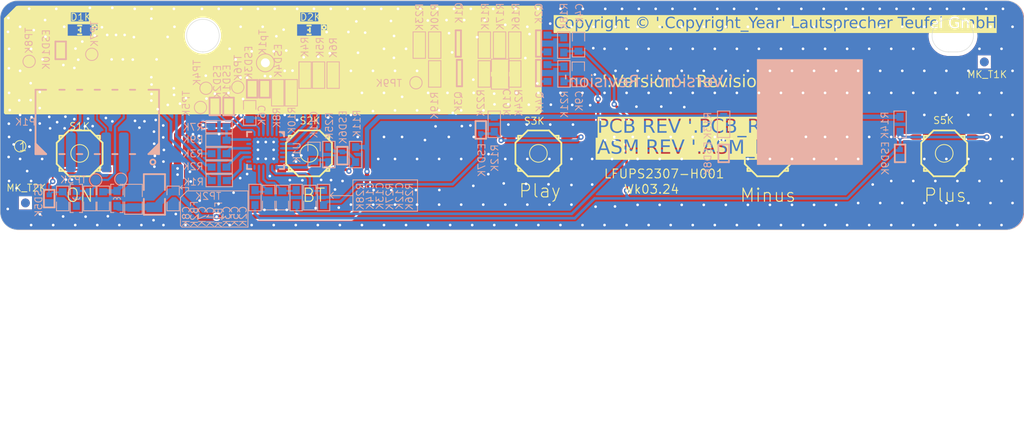
<source format=kicad_pcb>
(kicad_pcb (version 20240108) (generator "pcbnew") (generator_version "8.0")
  (layers (0 "F.Cu" signal "Component Side") (31 "B.Cu" signal "Solder Side") (34 "B.Paste" user "Bottom Paste") (35 "F.Paste" user "Top Paste") (36 "B.SilkS" user "Bottom Overlay") (37 "F.SilkS" user "Top Overlay") (38 "B.Mask" user "Bottom Solder") (39 "F.Mask" user "Top Solder") (44 "Edge.Cuts" user))
  (property "APPROVEDBY" "=SCH_Approver")
  (property "CHECKEDBY" "=SCH_Checker")
  (property "CONFIGURATIONPARAMETERS" "")
  (property "CONFIGURATORNAME" "")
  (property "DRAWNBY" "=SCH_Designer")
  (property "ISSUE DATE" "=ISSUE_DATE")
  (property "ISUSERCONFIGURABLE" "")
  (property "MODEL NO." "=Model_NO")
  (property "REV DATE" "=REV_DATE")
  (property "SHEETTOTAL" "1")
  (property "SPICEMODELCACHE" "")
  (property "VERSIONCONTROL_PROJFOLDERREVNUMBER" "")
  (property "VERSIONCONTROL_REVNUMBER" "")
  (net 0 "")
  (net 1 "\\UI_Rst")
  (net 2 "NetC14K_1")
  (net 3 "NetC13K_1")
  (net 4 "NetC12K_1")
  (net 5 "NetC11K_1")
  (net 6 "NetQ4K_G")
  (net 7 "NetQ4K_D")
  (net 8 "NetQ3K_G")
  (net 9 "NetQ3K_D")
  (net 10 "NetQ2K_S")
  (net 11 "NetQ2K_G")
  (net 12 "NetQ2K_D")
  (net 13 "NetQ1K_S")
  (net 14 "NetQ1K_G")
  (net 15 "NetQ1K_D")
  (net 16 "NetC10K_1")
  (net 17 "MCU_RST")
  (net 18 "NetD2K_R")
  (net 19 "NetD2K_G")
  (net 20 "NetD2K_B")
  (net 21 "NetD1K_R")
  (net 22 "NetD1K_G")
  (net 23 "NetD1K_B")
  (net 24 "I2C2_SDA")
  (net 25 "I2C2_SCL")
  (net 26 "\\P_Btn")
  (net 27 "NetR8K_1")
  (net 28 "NetR7K_1")
  (net 29 "NetR6K_2")
  (net 30 "NetR5K_2")
  (net 31 "NetR4K_2")
  (net 32 "NetR3K_2")
  (net 33 "NetR2K_2")
  (net 34 "NetR1K_2")
  (net 35 "Btn_On")
  (net 36 "GND")
  (net 37 "Btn_Plus")
  (net 38 "Btn_Play")
  (net 39 "Btn_Minus")
  (net 40 "Btn_BT")
  (net 41 "\\UI_Int")
  (net 42 "3V3_STB")
  (net 43 "3V3_LED")
  (footprint "Vault:MARK" (layer "F.Cu") (at 202.0511 98.9586 90)
    (property "Reference" "MK_T1K")
    (property "Value" "MARK" (hide yes))
  )
  (footprint "Vault:Teufel_ASM_Rev" (layer "F.Cu") (at 158.14909 109.36898)
    (property "Reference" "Teufel_ASM_Label1K" (hide yes))
    (property "Value" "=Comment/Name" (hide yes))
  )
  (footprint "Vault:LED_SMD_F_T_160X80X60" (layer "F.Cu") (at 99.5011 95.3336)
    (property "Reference" "D1K")
    (property "Value" "JH-CRGBB06GTP014" (hide yes))
  )
  (footprint "Vault:MARK" (layer "F.Cu") (at 93.3511 114.9586 90)
    (property "Reference" "MK_T2K")
    (property "Value" "MARK" (hide yes))
  )
  (footprint "Vault:TEUFEL_COPYRIGHT" (layer "F.Cu") (at 153.27408 95.11897)
    (property "Reference" "Teufel_Copyright1K" (hide yes))
    (property "Value" "=Comment/Name" (hide yes))
  )
  (footprint "Vault:TACT_SW_SMD_52X52X15" (layer "F.Cu") (at 177.5011 109.3336 180)
    (property "Reference" "S4K")
    (property "Value" "TC-1316A-H1.5-180GF" (hide yes))
  )
  (footprint "Vault:Teufel_PCB_Rev" (layer "F.Cu") (at 158.17409 106.99398)
    (property "Reference" "Teufel_PCB_Label1K" (hide yes))
    (property "Value" "=Comment/Name" (hide yes))
  )
  (footprint "Vault:TACT_SW_SMD_52X52X15" (layer "F.Cu") (at 151.5011 109.3336 180)
    (property "Reference" "S3K")
    (property "Value" "TC-1316A-H1.5-180GF" (hide yes))
  )
  (footprint "passive.PcbLib:Teufel_NoLogo" (layer "F.Cu") (at 159.19909 102.06898)
    (property "Reference" "Teufel_PCB_Logo1K" (hide yes))
    (property "Value" "T.3.0.0040-3.2" (hide yes))
  )
  (footprint "Vault:TACT_SW_SMD_52X52X15" (layer "F.Cu") (at 197.5011 109.3336 180)
    (property "Reference" "S5K")
    (property "Value" "TC-1316A-H1.5-180GF" (hide yes))
  )
  (footprint "Vault:TACT_SW_SMD_52X52X15" (layer "F.Cu") (at 99.5011 109.33352)
    (property "Reference" "S1K")
    (property "Value" "TC-1316A-H1.5-180GF" (hide yes))
  )
  (footprint "Vault:TACT_SW_SMD_52X52X15" (layer "F.Cu") (at 125.5011 109.3336)
    (property "Reference" "S2K")
    (property "Value" "TC-1316A-H1.5-180GF" (hide yes))
  )
  (footprint "Vault:LED_SMD_F_T_160X80X60" (layer "F.Cu") (at 125.5011 95.3336)
    (property "Reference" "D2K")
    (property "Value" "JH-CRGBB06GTP014" (hide yes))
  )
  (footprint "Vault:R0603" (layer "B.Cu") (at 145.37409 100.31897 90)
    (property "Reference" "R22K")
    (property "Value" "10k" (hide yes))
  )
  (footprint "Vault:C0603X100" (layer "B.Cu") (at 120.92409 114.34398 -90)
    (property "Reference" "C14K")
    (property "Value" "NC" (hide yes))
  )
  (footprint "Vault:R0603" (layer "B.Cu") (at 146.5011 106.0336 -90)
    (property "Reference" "R12K")
    (property "Value" "100k" (hide yes))
  )
  (footprint "Vault:TP120" (layer "B.Cu") (at 113.82408 101.94398 90)
    (property "Reference" "TP4K")
    (property "Value" "TP12" (hide yes))
  )
  (footprint "Vault:DFN2_100X60X50_65" (layer "B.Cu") (at 116.3761 104.0086 -90)
    (property "Reference" "ESD1K")
    (property "Value" "CESD0501CU" (hide yes))
  )
  (footprint "Vault:R0603" (layer "B.Cu") (at 154.39909 100.31897 90)
    (property "Reference" "R21K")
    (property "Value" "150k" (hide yes))
  )
  (footprint "Vault:SOT23-GSD" (layer "B.Cu") (at 151.52409 96.86898 -90)
    (property "Reference" "Q2K")
    (property "Value" "CJ3401" (hide yes))
  )
  (footprint "Vault:R0603" (layer "B.Cu") (at 115.29908 109.36897)
    (property "Reference" "R3K")
    (property "Value" "75R" (hide yes))
  )
  (footprint "Vault:TP120" (layer "B.Cu") (at 117.4251 101.8236 90)
    (property "Reference" "TP6K")
    (property "Value" "TP12" (hide yes))
  )
  (footprint "Vault:R0603" (layer "B.Cu") (at 154.37409 97.04397 90)
    (property "Reference" "R18K")
    (property "Value" "150k" (hide yes))
  )
  (footprint "Vault:DFN2_100X60X50_65" (layer "B.Cu") (at 129.27408 109.59397 90)
    (property "Reference" "ESD6K")
    (property "Value" "CESD0501CU" (hide yes))
  )
  (footprint "Vault:DFN2_100X60X50_65" (layer "B.Cu") (at 120.4761 102.0086 -90)
    (property "Reference" "ESD4K")
    (property "Value" "CESD0501CU" (hide yes))
  )
  (footprint "Vault:DFN2_100X60X50_65" (layer "B.Cu") (at 114.8261 104.0086 -90)
    (property "Reference" "ESD2K")
    (property "Value" "CESD0501CU" (hide yes))
  )
  (footprint "Vault:C0603X100" (layer "B.Cu") (at 102.17409 114.44398 -90)
    (property "Reference" "C1K")
    (property "Value" "100nF" (hide yes))
  )
  (footprint "Vault:R0603" (layer "B.Cu") (at 115.29908 110.89397)
    (property "Reference" "R2K")
    (property "Value" "22R" (hide yes))
  )
  (footprint "Vault:R0603" (layer "B.Cu") (at 128.2331 100.4486 -90)
    (property "Reference" "R6K")
    (property "Value" "22R" (hide yes))
  )
  (footprint "Vault:C0603X100" (layer "B.Cu") (at 156.02409 100.36897 90)
    (property "Reference" "C9K")
    (property "Value" "100nF" (hide yes))
  )
  (footprint "Vault:C0603X100" (layer "B.Cu") (at 110.09909 114.44398 -90)
    (property "Reference" "C2K")
    (property "Value" "100nF" (hide yes))
  )
  (footprint "Vault:R0603" (layer "B.Cu") (at 130.77409 109.46898 -90)
    (property "Reference" "R11K")
    (property "Value" "100k" (hide yes))
  )
  (footprint "Vault:C0805_145" (layer "B.Cu") (at 147.17409 100.34398 90)
    (property "Reference" "C10K")
    (property "Value" "10uF" (hide yes))
  )
  (footprint "Vault:TP_T_60_40" (layer "B.Cu") (at 120.5511 99.0586 180)
    (property "Reference" "Tp1K")
    (property "Value" "TP_T_60_40" (hide yes))
  )
  (footprint "Vault:TP120" (layer "B.Cu") (at 93.77408 98.89398 90)
    (property "Reference" "TP8K")
    (property "Value" "TP12" (hide yes))
  )
  (footprint "Vault:DFN2_100X60X50_65" (layer "B.Cu") (at 144.97409 106.66897 -90)
    (property "Reference" "ESD7K")
    (property "Value" "CESD0501CU" (hide yes))
  )
  (footprint "Vault:C0603X100" (layer "B.Cu") (at 125.59408 114.34398 -90)
    (property "Reference" "C12K")
    (property "Value" "NC" (hide yes))
  )
  (footprint "Vault:C0603X100" (layer "B.Cu") (at 156.04909 96.99397 90)
    (property "Reference" "C4K")
    (property "Value" "100nF" (hide yes))
  )
  (footprint "Vault:R0603" (layer "B.Cu") (at 119.37409 114.34397 -90)
    (property "Reference" "R28K")
    (property "Value" "1k" (hide yes))
  )
  (footprint "Vault:L0603" (layer "B.Cu") (at 103.72408 114.44398 90)
    (property "Reference" "FB1K")
    (property "Value" "600R" (hide yes))
  )
  (footprint "Vault:DFN2_100X60X50_65" (layer "B.Cu") (at 192.5011 109.3336 90)
    (property "Reference" "ESD9K")
    (property "Value" "CESD0501CU" (hide yes))
  )
  (footprint "Vault:R0603" (layer "B.Cu") (at 123.4761 102.4586 90)
    (property "Reference" "R10K")
    (property "Value" "10k" (hide yes))
  )
  (footprint "Vault:DFN2_100X60X50_65" (layer "B.Cu") (at 172.5011 109.3336 90)
    (property "Reference" "ESD8K")
    (property "Value" "CESD0501CU" (hide yes))
  )
  (footprint "Vault:TP120" (layer "B.Cu") (at 101.32408 112.34397 90)
    (property "Reference" "TP3K")
    (property "Value" "TP12" (hide yes))
  )
  (footprint "Vault:C1206" (layer "B.Cu") (at 107.97409 113.99398 -90)
    (property "Reference" "C5K")
    (property "Value" "22uF" (hide yes))
  )
  (footprint "Vault:C0603X100" (layer "B.Cu") (at 126.07409 109.46898 90)
    (property "Reference" "C11K")
    (property "Value" "NC" (hide yes))
  )
  (footprint "Vault:C0603X100" (layer "B.Cu") (at 122.48408 114.34398 -90)
    (property "Reference" "C13K")
    (property "Value" "NC" (hide yes))
  )
  (footprint "Vault:R0603" (layer "B.Cu") (at 147.09909 97.04397 90)
    (property "Reference" "R17K")
    (property "Value" "4.7k" (hide yes))
  )
  (footprint "Vault:R0603" (layer "B.Cu") (at 139.74909 97.04397 -90)
    (property "Reference" "R20K")
    (property "Value" "680k" (hide yes))
  )
  (footprint "Vault:R0603" (layer "B.Cu") (at 139.74909 100.31897 90)
    (property "Reference" "R19K")
    (property "Value" "10R" (hide yes))
  )
  (footprint "Vault:WB200AL_2x6P" (layer "B.Cu") (at 101.49909 105.81898 180)
    (property "Reference" "P1K")
    (property "Value" "WB200AL-12" (hide yes))
  )
  (footprint "Vault:R0603" (layer "B.Cu") (at 137.99868 97.04397 -90)
    (property "Reference" "R23K")
    (property "Value" "1M" (hide yes))
  )
  (footprint "Vault:TP120" (layer "B.Cu") (at 137.62409 101.31897 90)
    (property "Reference" "TP9K")
    (property "Value" "TP12" (hide yes))
  )
  (footprint "Vault:C0603X100" (layer "B.Cu") (at 118.7761 104.7336 -90)
    (property "Reference" "C6K")
    (property "Value" "100nF" (hide yes))
  )
  (footprint "Vault:TP120" (layer "B.Cu") (at 113.19908 104.11897 90)
    (property "Reference" "TP5K")
    (property "Value" "TP12" (hide yes))
  )
  (footprint "Vault:R0603" (layer "B.Cu") (at 121.9511 102.4586 90)
    (property "Reference" "R8K")
    (property "Value" "100R" (hide yes))
  )
  (footprint "Vault:R0603" (layer "B.Cu") (at 115.29908 106.31898 180)
    (property "Reference" "R7K")
    (property "Value" "100R" (hide yes))
  )
  (footprint "Vault:C0603X80" (layer "B.Cu") (at 97.57408 114.44398 -90)
    (property "Reference" "C8K")
    (property "Value" "33pF" (hide yes))
  )
  (footprint "Vault:QFN24_400X400X100_50_P270X270" (layer "B.Cu") (at 120.5761 109.0086 180)
    (property "Reference" "U1K")
    (property "Value" "AW9523BTQR" (hide yes))
  )
  (footprint "Vault:DFN2_100X60X50_65" (layer "B.Cu") (at 119.0511 102.0086 -90)
    (property "Reference" "ESD3K")
    (property "Value" "CESD0501CU" (hide yes))
  )
  (footprint "Vault:C0805_145" (layer "B.Cu") (at 105.59908 114.54398 90)
    (property "Reference" "C3K")
    (property "Value" "10uF" (hide yes))
  )
  (footprint "Vault:R0603" (layer "B.Cu") (at 172.5011 106.0336 -90)
    (property "Reference" "R13K")
    (property "Value" "100k" (hide yes))
  )
  (footprint "Vault:DFN2_100X60X50_65" (layer "B.Cu") (at 96.04909 114.46898 90)
    (property "Reference" "ESD5K")
    (property "Value" "BDFN2C121V" (hide yes))
  )
  (footprint "Vault:R0603" (layer "B.Cu") (at 126.5821 100.4486 -90)
    (property "Reference" "R5K")
    (property "Value" "22R" (hide yes))
  )
  (footprint "Vault:SOT23-GSD" (layer "B.Cu") (at 142.42409 96.86898 -90)
    (property "Reference" "Q1K")
    (property "Value" "CJ3401" (hide yes))
  )
  (footprint "Vault:R0603" (layer "B.Cu") (at 192.5011 106.0336 -90)
    (property "Reference" "R14K")
    (property "Value" "100k" (hide yes))
  )
  (footprint "Vault:TP120" (layer "B.Cu") (at 104.17409 112.26898 90)
    (property "Reference" "TP2K")
    (property "Value" "TP12" (hide yes))
  )
  (footprint "Vault:R0603" (layer "B.Cu") (at 115.29908 107.84398 180)
    (property "Reference" "R9K")
    (property "Value" "10k" (hide yes))
  )
  (footprint "Vault:L0603" (layer "B.Cu") (at 99.12409 114.44398 -90)
    (property "Reference" "FB2K")
    (property "Value" "600R" (hide yes))
  )
  (footprint "Vault:R0603" (layer "B.Cu") (at 125.0581 100.4486 -90)
    (property "Reference" "R4K")
    (property "Value" "75R" (hide yes))
  )
  (footprint "Vault:R0603" (layer "B.Cu") (at 148.82409 100.31897 90)
    (property "Reference" "R24K")
    (property "Value" "0R" (hide yes))
  )
  (footprint "Vault:R0603" (layer "B.Cu") (at 148.82409 97.04397 90)
    (property "Reference" "R16K")
    (property "Value" "10k" (hide yes))
  )
  (footprint "Vault:SOT23-GSD" (layer "B.Cu") (at 151.52409 100.21897 -90)
    (property "Reference" "Q4K")
    (property "Value" "CJ3401" (hide yes))
  )
  (footprint "Vault:R0603" (layer "B.Cu") (at 145.37409 97.04397 -90)
    (property "Reference" "R15K")
    (property "Value" "0R" (hide yes))
  )
  (footprint "Vault:C0603X80" (layer "B.Cu") (at 100.64908 114.44398 -90)
    (property "Reference" "C7K")
    (property "Value" "33pF" (hide yes))
  )
  (footprint "Vault:DFN2_100X60X50_65" (layer "B.Cu") (at 97.34908 97.64398 -90)
    (property "Reference" "ESD10K")
    (property "Value" "CESD0501CU" (hide yes))
  )
  (footprint "Vault:TP120" (layer "B.Cu") (at 100.87409 98.09398 90)
    (property "Reference" "TP7K")
    (property "Value" "TP12" (hide yes))
  )
  (footprint "Vault:R0603" (layer "B.Cu") (at 127.14908 114.34397 -90)
    (property "Reference" "R26K")
    (property "Value" "1k" (hide yes))
  )
  (footprint "Vault:R0603" (layer "B.Cu") (at 115.32408 112.41897)
    (property "Reference" "R1K")
    (property "Value" "22R" (hide yes))
  )
  (footprint "Vault:R0603" (layer "B.Cu") (at 124.03908 114.34397 -90)
    (property "Reference" "R27K")
    (property "Value" "1k" (hide yes))
  )
  (footprint "Vault:SOT23-GSD" (layer "B.Cu") (at 142.54908 100.21897 -90)
    (property "Reference" "Q3K")
    (property "Value" "2N7002K" (hide yes))
  )
  (footprint "Vault:R0603" (layer "B.Cu") (at 127.74909 109.46898 90)
    (property "Reference" "R25K")
    (property "Value" "1k" (hide yes))
  )
  (gr_poly (pts (xy 181.39805 107.6211) (xy 181.095 107.7711) (xy 181.09805 107.18665) (xy 181.39805 107.3211)) (fill solid) (layer "F.Cu") (net 39))
  (gr_poly (pts (xy 155.88629 107.3336) (xy 156.11186 107.2736) (xy 156.11186 107.6936) (xy 155.88629 107.6336)) (fill solid) (layer "F.Cu") (net 38))
  (gr_poly (pts (xy 201.39805 107.6336) (xy 201.09805 107.78055) (xy 201.09805 107.18665) (xy 201.39805 107.3336)) (fill solid) (layer "F.Cu") (net 37))
  (gr_poly (pts (xy 110.17409 110.35022) (xy 110.17409 112.11897) (xy 111.12409 112.11898) (xy 111.12409 110.58772) (xy 110.76159 110.22522) (xy 110.31159 110.22522) (xy 110.24909 110.28772)) (fill solid) (layer "F.Cu") (net 43))
  (gr_poly (pts (xy 173.60415 107.3336) (xy 173.90415 107.18665) (xy 173.90415 107.78055) (xy 173.60415 107.6336)) (fill solid) (layer "F.Cu") (net 39))
  (gr_poly (pts (xy 201.88629 107.3336) (xy 202.11186 107.2736) (xy 202.11186 107.6936) (xy 201.88629 107.6336)) (fill solid) (layer "F.Cu") (net 37))
  (gr_poly (pts (xy 181.37947 107.3211) (xy 181.60329 107.25771) (xy 181.62079 107.67734) (xy 181.39392 107.6211)) (fill solid) (layer "F.Cu") (net 39))
  (gr_poly (pts (xy 193.60415 107.3336) (xy 193.90415 107.18665) (xy 193.90415 107.78055) (xy 193.60415 107.6336)) (fill solid) (layer "F.Cu") (net 37))
  (gr_poly (pts (xy 155.39805 107.6336) (xy 155.09805 107.78055) (xy 155.09805 107.18665) (xy 155.39805 107.3336)) (fill solid) (layer "F.Cu") (net 38))
  (gr_poly (pts (xy 172.90331 107.6747) (xy 172.77112 107.86305) (xy 172.53644 107.51473) (xy 172.73968 107.41407)) (fill solid) (layer "F.Cu") (net 39))
  (gr_poly (pts (xy 192.94091 107.6336) (xy 192.71534 107.6936) (xy 192.71534 107.2736) (xy 192.94091 107.3336)) (fill solid) (layer "F.Cu") (net 37))
  (gr_poly (pts (xy 118.9693 102.9768) (xy 118.84805 102.7025) (xy 119.34805 102.70555) (xy 119.2693 102.9768)) (fill solid) (layer "B.Cu") (net 41))
  (gr_poly (pts (xy 121.9261 106.66475) (xy 121.93626 106.87997) (xy 121.71593 106.87997) (xy 121.7261 106.66475)) (fill solid) (layer "B.Cu") (net 27))
  (gr_poly (pts (xy 120.7261 100.81165) (xy 120.77305 101.31165) (xy 120.17915 101.31165) (xy 120.2261 100.81165)) (fill solid) (layer "B.Cu") (net 36))
  (gr_poly (pts (xy 122.87874 103.2586) (xy 123.08179 103.1586) (xy 123.08179 103.5586) (xy 122.87874 103.4586)) (fill solid) (layer "B.Cu") (net 27))
  (gr_poly (pts (xy 121.7261 103.95555) (xy 121.6261 103.7525) (xy 122.0261 103.7525) (xy 121.9261 103.95555)) (fill solid) (layer "B.Cu") (net 27))
  (gr_poly (pts (xy 122.1007 100.86165) (xy 122.2507 101.1647) (xy 121.6507 101.1647) (xy 121.8007 100.86165)) (fill solid) (layer "B.Cu") (net 43))
  (gr_poly (pts (xy 115.0761 102.81165) (xy 115.12305 103.31165) (xy 114.52915 103.31165) (xy 114.5761 102.81165)) (fill solid) (layer "B.Cu") (net 36))
  (gr_poly (pts (xy 109.89908 110.56897) (xy 111.06648 110.56898) (xy 111.22409 110.72658) (xy 111.22409 114.05648) (xy 110.54412 114.05648) (xy 109.89908 113.41141)) (fill solid) (layer "B.Cu") (net 43))
  (gr_poly (pts (xy 122.54765 103.4586) (xy 122.34765 103.5586) (xy 122.34765 103.1586) (xy 122.54765 103.2586)) (fill solid) (layer "B.Cu") (net 27))
  (gr_poly (pts (xy 181.37947 107.3211) (xy 181.60329 107.25771) (xy 181.62079 107.67734) (xy 181.39392 107.6211)) (fill solid) (layer "B.Cu") (net 39))
  (gr_poly (pts (xy 119.9261 106.66475) (xy 119.93627 106.87997) (xy 119.71594 106.87997) (xy 119.7261 106.66475)) (fill solid) (layer "B.Cu") (net 24))
  (gr_poly (pts (xy 118.32915 103.23805) (xy 118.89699 103.5916) (xy 118.32915 104.15944) (xy 117.9756 103.5916)) (fill solid) (layer "B.Cu") (net 36))
  (gr_rect (start 188.27409 98.64398) (end 176.27408 110.64398) (fill solid) (layer "B.SilkS"))
  (gr_line (start 130.47408 115.89398) (end 130.47408 112.36136) (stroke (width 0.1)) (layer "B.SilkS"))
  (gr_line (start 110.94909 113.24398) (end 111.09909 113.39398) (stroke (width 0.1)) (layer "B.SilkS"))
  (gr_line (start 110.92409 114.35647) (end 111.68659 113.59397) (stroke (width 0.1)) (layer "B.SilkS"))
  (gr_line (start 127.93278 114.12767) (end 127.93278 114.08528) (stroke (width 0.1)) (layer "B.SilkS"))
  (gr_line (start 110.92409 113.19398) (end 111.12409 112.99398) (stroke (width 0.1)) (layer "B.SilkS"))
  (gr_line (start 137.79909 115.89398) (end 137.79909 112.34397) (stroke (width 0.1)) (layer "B.SilkS"))
  (gr_line (start 127.93278 114.08528) (end 128.24909 113.76898) (stroke (width 0.1)) (layer "B.SilkS"))
  (gr_line (start 110.92409 116.77523) (end 110.92409 114.35647) (stroke (width 0.1)) (layer "B.SilkS"))
  (gr_line (start 118.57409 117.69397) (end 118.57409 113.59397) (stroke (width 0.1)) (layer "B.SilkS"))
  (gr_line (start 111.09909 117.69398) (end 118.57409 117.69398) (stroke (width 0.1)) (layer "B.SilkS"))
  (gr_line (start 127.93278 114.12767) (end 130.47408 114.12767) (stroke (width 0.1)) (layer "B.SilkS"))
  (gr_line (start 130.47408 115.89398) (end 137.79909 115.89398) (stroke (width 0.1)) (layer "B.SilkS"))
  (gr_line (start 110.92409 117.51898) (end 111.09909 117.69398) (stroke (width 0.1)) (layer "B.SilkS"))
  (gr_line (start 118.57409 117.69397) (end 118.57409 117.69398) (stroke (width 0.1)) (layer "B.SilkS"))
  (gr_line (start 130.49147 112.34397) (end 137.79909 112.34397) (stroke (width 0.1)) (layer "B.SilkS"))
  (gr_line (start 110.92409 117.51898) (end 110.92409 116.77523) (stroke (width 0.1)) (layer "B.SilkS"))
  (gr_line (start 111.68659 113.59397) (end 118.57409 113.59397) (stroke (width 0.1)) (layer "B.SilkS"))
  (gr_line (start 127.93278 114.12767) (end 128.24909 114.44398) (stroke (width 0.1)) (layer "B.SilkS"))
  (gr_line (start 130.47408 112.36136) (end 130.49147 112.34397) (stroke (width 0.1)) (layer "B.SilkS"))
  (gr_line (start 111.84909 113.49397) (end 111.84909 113.21898) (stroke (width 0.1)) (layer "B.SilkS"))
  (gr_line (start 110.89908 113.21898) (end 111.84909 113.21898) (stroke (width 0.1)) (layer "B.SilkS"))
  (gr_circle (center 92.7591 108.5196) (end 92.7591 107.8696) (stroke (width 0.1)) (fill none) (layer "F.SilkS"))
  (gr_arc (start 111.62409 95.96898) (mid 112.165947 94.660846) (end 113.47409 94.11898) (stroke (width 0.05)) (layer "Edge.Cuts"))
  (gr_arc (start 204.5011 92.0036) (mid 205.915291 92.589398) (end 206.5011 94.0036) (stroke (width 0.05)) (layer "Edge.Cuts"))
  (gr_line (start 206.5011 94.0036) (end 206.5011 116.0036) (stroke (width 0.05)) (layer "Edge.Cuts"))
  (gr_line (start 198.97408 94.11898) (end 197.97408 94.11898) (stroke (width 0.05)) (layer "Edge.Cuts"))
  (gr_line (start 197.97408 97.81898) (end 197.97408 97.81897) (stroke (width 0.05)) (layer "Edge.Cuts"))
  (gr_arc (start 113.47409 94.11898) (mid 114.782228 94.660839) (end 115.32409 95.96898) (stroke (width 0.05)) (layer "Edge.Cuts"))
  (gr_arc (start 197.97408 97.81898) (mid 196.12408 95.96899) (end 197.97408 94.11898) (stroke (width 0.05)) (layer "Edge.Cuts"))
  (gr_line (start 90.5011 116.0036) (end 90.5011 94.0036) (stroke (width 0.05)) (layer "Edge.Cuts"))
  (gr_line (start 204.5011 118.0036) (end 92.5011 118.0036) (stroke (width 0.05)) (layer "Edge.Cuts"))
  (gr_line (start 92.5011 92.0036) (end 204.5011 92.0036) (stroke (width 0.05)) (layer "Edge.Cuts"))
  (gr_arc (start 115.32409 95.96898) (mid 114.782242 97.277141) (end 113.47409 97.81898) (stroke (width 0.05)) (layer "Edge.Cuts"))
  (gr_arc (start 90.5011 94.0036) (mid 91.086885 92.589391) (end 92.5011 92.0036) (stroke (width 0.05)) (layer "Edge.Cuts"))
  (gr_arc (start 113.47409 97.81898) (mid 112.165933 97.277134) (end 111.62409 95.96898) (stroke (width 0.05)) (layer "Edge.Cuts"))
  (gr_line (start 197.97408 97.81897) (end 198.97408 97.81898) (stroke (width 0.05)) (layer "Edge.Cuts"))
  (gr_line (start 113.47409 97.81898) (end 113.47409 97.81897) (stroke (width 0.05)) (layer "Edge.Cuts"))
  (gr_arc (start 198.97408 94.11898) (mid 200.82408 95.96899) (end 198.97408 97.81898) (stroke (width 0.05)) (layer "Edge.Cuts"))
  (gr_line (start 113.47409 97.81897) (end 113.47409 97.81898) (stroke (width 0.05)) (layer "Edge.Cuts"))
  (gr_arc (start 206.5011 116.0036) (mid 205.915312 117.417818) (end 204.5011 118.0036) (stroke (width 0.05)) (layer "Edge.Cuts"))
  (gr_arc (start 92.5011 118.0036) (mid 91.086864 117.417825) (end 90.5011 116.0036) (stroke (width 0.05)) (layer "Edge.Cuts"))
  (gr_text "Minus" (at 177.5211 114.08663 0) (layer "F.SilkS") (effects (font (size 1.5 1.5) (thickness 0.12))))
  (gr_text "1" (at 92.5261 109.1511 0) (layer "F.SilkS") (effects (font (size 1 1) (thickness 0.1)) (justify left bottom)))
  (gr_text "Play" (at 151.671105 113.58674 0) (layer "F.SilkS") (effects (font (size 1.5 1.5) (thickness 0.12))))
  (gr_text "LFUPS2307-H001" (at 158.87409 112.24148 0) (layer "F.SilkS") (effects (font (size 1 1) (thickness 0.12)) (justify left bottom)))
  (gr_text "Plus" (at 197.621105 114.08663 0) (layer "F.SilkS") (effects (font (size 1.5 1.5) (thickness 0.12))))
  (gr_text "ON" (at 99.49409 114.08663 0) (layer "F.SilkS") (effects (font (size 1.5 1.5) (thickness 0.12))))
  (gr_text "BT" (at 126.046105 114.08663 0) (layer "F.SilkS") (effects (font (size 1.5 1.5) (thickness 0.12))))
  (gr_text "Wk03.24" (at 161.12409 113.99148 0) (layer "F.SilkS") (effects (font (size 1 1) (thickness 0.12)) (justify left bottom)))
  (segment (start 98.56759 106.69471) (end 99.54909 105.71321) (width 0.3) (layer "B.Cu") (net 1))
  (segment (start 120.43648 102.39398) (end 120.4761 102.4336) (width 0.3) (layer "B.Cu") (net 1))
  (segment (start 121.3261 105.56696) (end 121.34909 105.54398) (width 0.3) (layer "B.Cu") (net 1))
  (segment (start 99.54909 99.41897) (end 100.87409 98.09398) (width 0.3) (layer "B.Cu") (net 1))
  (segment (start 98.56759 109.15047) (end 98.56759 106.69471) (width 0.3) (layer "B.Cu") (net 1))
  (segment (start 121.3261 107.0956) (end 121.3261 105.56696) (width 0.3) (layer "B.Cu") (net 1))
  (segment (start 99.54909 105.71321) (end 99.54909 99.41897) (width 0.3) (layer "B.Cu") (net 1))
  (segment (start 100.87409 98.09398) (end 101.01159 98.23148) (width 0.3) (layer "B.Cu") (net 1))
  (segment (start 119.79908 102.16898) (end 119.79908 100.39398) (width 0.3) (layer "B.Cu") (net 1))
  (segment (start 119.79908 102.16898) (end 120.02409 102.39398) (width 0.3) (layer "B.Cu") (net 1))
  (segment (start 111.67408 99.31897) (end 116.39909 99.31897) (width 0.3) (layer "B.Cu") (net 1))
  (segment (start 121.34909 105.54398) (end 121.34909 104.34398) (width 0.3) (layer "B.Cu") (net 1))
  (segment (start 118.72408 99.31897) (end 119.79908 100.39398) (width 0.3) (layer "B.Cu") (net 1))
  (segment (start 101.09908 98.14398) (end 101.72408 97.51898) (width 0.3) (layer "B.Cu") (net 1))
  (segment (start 120.4761 103.47099) (end 120.4761 102.4336) (width 0.3) (layer "B.Cu") (net 1))
  (segment (start 116.39909 99.31897) (end 118.72408 99.31897) (width 0.3) (layer "B.Cu") (net 1))
  (segment (start 101.72408 97.51898) (end 109.87409 97.51898) (width 0.3) (layer "B.Cu") (net 1))
  (segment (start 98.49908 109.21897) (end 98.56759 109.15047) (width 0.3) (layer "B.Cu") (net 1))
  (segment (start 109.87409 97.51898) (end 111.67408 99.31897) (width 0.3) (layer "B.Cu") (net 1))
  (segment (start 120.02409 102.39398) (end 120.43648 102.39398) (width 0.3) (layer "B.Cu") (net 1))
  (segment (start 120.4761 103.47099) (end 121.34909 104.34398) (width 0.3) (layer "B.Cu") (net 1))
  (segment (start 119.8261 112.55094) (end 120.81913 113.54397) (width 0.25) (layer "B.Cu") (net 2))
  (segment (start 119.8261 112.55094) (end 119.8261 110.9216) (width 0.25) (layer "B.Cu") (net 2))
  (segment (start 120.66913 113.69397) (end 120.81913 113.54397) (width 0.25) (layer "B.Cu") (net 2))
  (segment (start 119.37449 113.69397) (end 120.66913 113.69397) (width 0.25) (layer "B.Cu") (net 2))
  (segment (start 119.37449 113.69397) (end 119.3745 113.69397) (width 0.25) (layer "B.Cu") (net 2))
  (segment (start 122.15908 113.32393) (end 122.43408 113.59893) (width 0.25) (layer "B.Cu") (net 3))
  (segment (start 120.3261 112.27099) (end 120.3261 110.9216) (width 0.25) (layer "B.Cu") (net 3))
  (segment (start 122.43408 113.59893) (end 122.48408 113.59893) (width 0.25) (layer "B.Cu") (net 3))
  (segment (start 122.48408 113.59893) (end 123.93453 113.59893) (width 0.25) (layer "B.Cu") (net 3))
  (segment (start 120.3261 112.27099) (end 120.72409 112.66898) (width 0.25) (layer "B.Cu") (net 3))
  (segment (start 120.72409 112.66898) (end 121.55413 112.66898) (width 0.25) (layer "B.Cu") (net 3))
  (segment (start 122.15908 113.32393) (end 122.15908 113.27393) (width 0.25) (layer "B.Cu") (net 3))
  (segment (start 121.55413 112.66898) (end 122.15908 113.27393) (width 0.25) (layer "B.Cu") (net 3))
  (segment (start 121.72409 111.61897) (end 125.09909 111.61897) (width 0.25) (layer "B.Cu") (net 4))
  (segment (start 121.3261 111.22099) (end 121.72409 111.61897) (width 0.25) (layer "B.Cu") (net 4))
  (segment (start 125.59408 113.59893) (end 127.04453 113.59893) (width 0.25) (layer "B.Cu") (net 4))
  (segment (start 127.04453 113.59893) (end 127.14948 113.49397) (width 0.25) (layer "B.Cu") (net 4))
  (segment (start 125.59408 113.59893) (end 125.59408 112.11397) (width 0.25) (layer "B.Cu") (net 4))
  (segment (start 125.09909 111.61897) (end 125.59408 112.11397) (width 0.25) (layer "B.Cu") (net 4))
  (segment (start 121.3261 111.22099) (end 121.3261 110.9216) (width 0.25) (layer "B.Cu") (net 4))
  (segment (start 125.21651 110.9216) (end 125.77408 110.36403) (width 0.3) (layer "B.Cu") (net 5))
  (segment (start 126.02409 110.06402) (end 126.07409 110.06402) (width 0.3) (layer "B.Cu") (net 5))
  (segment (start 125.77408 110.31403) (end 126.02409 110.06402) (width 0.3) (layer "B.Cu") (net 5))
  (segment (start 121.8261 110.9216) (end 125.21651 110.9216) (width 0.3) (layer "B.Cu") (net 5))
  (segment (start 126.36913 110.09398) (end 127.67368 110.09398) (width 0.3) (layer "B.Cu") (net 5))
  (segment (start 125.77408 110.36403) (end 125.77408 110.31403) (width 0.3) (layer "B.Cu") (net 5))
  (segment (start 154.19869 99.26898) (end 154.39868 99.46897) (width 0.3) (layer "B.Cu") (net 6))
  (segment (start 152.52409 99.26898) (end 154.19869 99.26898) (width 0.3) (layer "B.Cu") (net 6))
  (segment (start 148.82368 99.46897) (end 149.72408 99.46897) (width 0.3) (layer "B.Cu") (net 7))
  (segment (start 149.72408 99.46897) (end 150.47409 100.21898) (width 0.3) (layer "B.Cu") (net 7))
  (segment (start 150.47409 100.21898) (end 150.52409 100.21898) (width 0.3) (layer "B.Cu") (net 7))
  (segment (start 143.54909 99.26898) (end 145.17368 99.26898) (width 0.3) (layer "B.Cu") (net 8))
  (segment (start 145.17368 99.26898) (end 145.37368 99.46897) (width 0.3) (layer "B.Cu") (net 8))
  (segment (start 141.49908 100.21898) (end 141.54908 100.21898) (width 0.3) (layer "B.Cu") (net 9))
  (segment (start 141.54051 100.353) (end 141.57881 100.3913) (width 0.3) (layer "B.Cu") (net 9))
  (segment (start 141.07334 99.46897) (end 141.24908 99.64471) (width 0.3) (layer "B.Cu") (net 9))
  (segment (start 141.24908 99.96898) (end 141.49908 100.21898) (width 0.3) (layer "B.Cu") (net 9))
  (segment (start 139.74868 99.46897) (end 141.07334 99.46897) (width 0.3) (layer "B.Cu") (net 9))
  (segment (start 141.24908 99.96898) (end 141.24908 99.64471) (width 0.3) (layer "B.Cu") (net 9))
  (segment (start 147.09868 97.89398) (end 148.82368 97.89398) (width 0.3) (layer "B.Cu") (net 10))
  (segment (start 148.82368 97.89398) (end 148.89868 97.81898) (width 0.3) (layer "B.Cu") (net 10))
  (segment (start 148.89868 97.81898) (end 152.52409 97.81898) (width 0.3) (layer "B.Cu") (net 10))
  (segment (start 154.12368 95.91898) (end 154.37368 96.16898) (width 0.3) (layer "B.Cu") (net 11))
  (segment (start 152.52409 95.91898) (end 154.12368 95.91898) (width 0.3) (layer "B.Cu") (net 11))
  (segment (start 154.37368 96.19397) (end 154.37368 96.16898) (width 0.3) (layer "B.Cu") (net 11))
  (segment (start 151.37409 101.39398) (end 151.37409 96.66898) (width 0.3) (layer "F.Cu") (net 12))
  (segment (start 150.49909 95.79398) (end 151.37409 96.66898) (width 0.3) (layer "F.Cu") (net 12))
  (via (at 150.49909 95.79397) (size 0.6) (drill 0.3) (layers "F.Cu" "B.Cu") (net 12))
  (via (at 151.37409 101.39398) (size 0.6) (drill 0.3) (layers "F.Cu" "B.Cu") (net 12))
  (segment (start 151.45526 101.39398) (end 151.68027 101.16898) (width 0.3) (layer "B.Cu") (net 12))
  (segment (start 150.49909 96.84398) (end 150.52409 96.86898) (width 0.3) (layer "B.Cu") (net 12))
  (segment (start 151.68027 101.16898) (end 152.52409 101.16898) (width 0.3) (layer "B.Cu") (net 12))
  (segment (start 150.49909 96.84398) (end 150.49909 95.79397) (width 0.3) (layer "B.Cu") (net 12))
  (segment (start 151.37409 101.39398) (end 151.45526 101.39398) (width 0.3) (layer "B.Cu") (net 12))
  (segment (start 143.42409 98.09398) (end 145.17449 98.09398) (width 0.3) (layer "B.Cu") (net 13))
  (segment (start 145.17449 98.09398) (end 145.37449 97.89398) (width 0.3) (layer "B.Cu") (net 13))
  (segment (start 143.42409 96.19398) (end 144.22409 96.99397) (width 0.3) (layer "B.Cu") (net 14))
  (segment (start 146.34868 96.99397) (end 147.09868 96.24397) (width 0.3) (layer "B.Cu") (net 14))
  (segment (start 147.09868 96.24397) (end 147.09868 96.19397) (width 0.3) (layer "B.Cu") (net 14))
  (segment (start 144.22409 96.99397) (end 146.34868 96.99397) (width 0.3) (layer "B.Cu") (net 14))
  (segment (start 140.32409 96.09398) (end 141.37409 97.14398) (width 0.3) (layer "B.Cu") (net 15))
  (segment (start 139.74949 96.19397) (end 139.84949 96.09398) (width 0.3) (layer "B.Cu") (net 15))
  (segment (start 141.37409 97.14398) (end 141.42409 97.14398) (width 0.3) (layer "B.Cu") (net 15))
  (segment (start 139.84949 96.09398) (end 140.32409 96.09398) (width 0.3) (layer "B.Cu") (net 15))
  (segment (start 139.99949 98.19398) (end 140.14948 98.19398) (width 0.3) (layer "B.Cu") (net 16))
  (segment (start 145.37368 101.16898) (end 147.09909 101.16898) (width 0.3) (layer "B.Cu") (net 16))
  (segment (start 143.17409 100.24398) (end 144.49868 100.24398) (width 0.3) (layer "B.Cu") (net 16))
  (segment (start 137.99908 97.89398) (end 139.74949 97.89398) (width 0.3) (layer "B.Cu") (net 16))
  (segment (start 140.14948 98.19398) (end 140.17523 98.21973) (width 0.3) (layer "B.Cu") (net 16))
  (segment (start 139.74949 97.94398) (end 139.99949 98.19398) (width 0.3) (layer "B.Cu") (net 16))
  (segment (start 139.74949 97.94398) (end 139.74949 97.89398) (width 0.3) (layer "B.Cu") (net 16))
  (segment (start 140.17523 98.21973) (end 141.14984 98.21973) (width 0.3) (layer "B.Cu") (net 16))
  (segment (start 141.14984 98.21973) (end 143.17409 100.24398) (width 0.3) (layer "B.Cu") (net 16))
  (segment (start 144.49868 100.24398) (end 145.12367 100.86897) (width 0.3) (layer "B.Cu") (net 16))
  (segment (start 145.12368 100.86897) (end 145.37368 101.11898) (width 0.3) (layer "B.Cu") (net 16))
  (segment (start 147.09909 101.16898) (end 147.17409 101.24398) (width 0.3) (layer "B.Cu") (net 16))
  (segment (start 145.12367 100.86897) (end 145.12368 100.86897) (width 0.3) (layer "B.Cu") (net 16))
  (segment (start 145.37368 101.16898) (end 145.37368 101.11898) (width 0.3) (layer "B.Cu") (net 16))
  (segment (start 99.29908 98.06898) (end 100.32408 97.04398) (width 0.25) (layer "B.Cu") (net 17))
  (segment (start 97.51159 98.20648) (end 97.64909 98.06898) (width 0.25) (layer "B.Cu") (net 17))
  (segment (start 139.59868 101.31897) (end 139.74868 101.16898) (width 0.25) (layer "B.Cu") (net 17))
  (segment (start 118.04908 96.91898) (end 131.12409 96.91898) (width 0.25) (layer "B.Cu") (net 17))
  (segment (start 96.34909 103.18639) (end 96.34909 99.36898) (width 0.25) (layer "B.Cu") (net 17))
  (segment (start 137.62409 101.31897) (end 139.59868 101.31897) (width 0.25) (layer "B.Cu") (net 17))
  (segment (start 97.19642 98.52164) (end 97.19642 98.21898) (width 0.25) (layer "B.Cu") (net 17))
  (segment (start 97.19642 98.21898) (end 97.20892 98.20648) (width 0.25) (layer "B.Cu") (net 17))
  (segment (start 96.34909 99.36898) (end 97.19642 98.52164) (width 0.25) (layer "B.Cu") (net 17))
  (segment (start 97.20892 98.20648) (end 97.51159 98.20648) (width 0.25) (layer "B.Cu") (net 17))
  (segment (start 131.12409 96.91898) (end 135.52409 101.31897) (width 0.25) (layer "B.Cu") (net 17))
  (segment (start 97.64909 98.06898) (end 99.29908 98.06898) (width 0.25) (layer "B.Cu") (net 17))
  (segment (start 135.52409 101.31897) (end 137.62409 101.31897) (width 0.25) (layer "B.Cu") (net 17))
  (segment (start 110.14909 97.04398) (end 111.77409 98.66898) (width 0.25) (layer "B.Cu") (net 17))
  (segment (start 116.29908 98.66898) (end 118.04908 96.91898) (width 0.25) (layer "B.Cu") (net 17))
  (segment (start 100.32408 97.04398) (end 110.14909 97.04398) (width 0.25) (layer "B.Cu") (net 17))
  (segment (start 111.77409 98.66898) (end 116.29908 98.66898) (width 0.25) (layer "B.Cu") (net 17))
  (segment (start 97.34908 98.06898) (end 97.64909 98.06898) (width 0.25) (layer "B.Cu") (net 17))
  (segment (start 123.6761 95.3836) (end 124.0261 95.0336) (width 0.3) (layer "F.Cu") (net 18))
  (segment (start 123.6761 97.19599) (end 123.6761 95.3836) (width 0.3) (layer "F.Cu") (net 18))
  (segment (start 124.0261 95.0336) (end 124.7011 95.0336) (width 0.3) (layer "F.Cu") (net 18))
  (segment (start 123.6761 97.19599) (end 124.89908 98.41898) (width 0.3) (layer "F.Cu") (net 18))
  (via (at 124.89908 98.41898) (size 0.6) (drill 0.3) (layers "F.Cu" "B.Cu") (net 18))
  (segment (start 125.05851 99.5986) (end 125.05851 98.65958) (width 0.3) (layer "B.Cu") (net 18))
  (segment (start 124.89908 98.50015) (end 125.05851 98.65958) (width 0.3) (layer "B.Cu") (net 18))
  (segment (start 124.89908 98.50015) (end 124.89908 98.41898) (width 0.3) (layer "B.Cu") (net 18))
  (segment (start 124.7011 95.6336) (end 124.77068 95.6336) (width 0.3) (layer "F.Cu") (net 19))
  (segment (start 124.77068 96.05786) (end 124.77068 95.6336) (width 0.3) (layer "F.Cu") (net 19))
  (segment (start 124.77068 96.05786) (end 126.54909 97.83626) (width 0.3) (layer "F.Cu") (net 19))
  (segment (start 126.54909 98.36898) (end 126.54909 97.83626) (width 0.3) (layer "F.Cu") (net 19))
  (via (at 126.54909 98.36898) (size 0.6) (drill 0.3) (layers "F.Cu" "B.Cu") (net 19))
  (segment (start 126.54909 99.63202) (end 126.5658 99.61531) (width 0.3) (layer "B.Cu") (net 19))
  (segment (start 126.5658 99.61531) (end 126.5658 98.38569) (width 0.3) (layer "B.Cu") (net 19))
  (segment (start 126.54909 98.36898) (end 126.5658 98.38569) (width 0.3) (layer "B.Cu") (net 19))
  (segment (start 127.81876 97.93865) (end 127.81876 97.53865) (width 0.3) (layer "F.Cu") (net 20))
  (segment (start 126.33797 96.05786) (end 126.33797 95.6336) (width 0.3) (layer "F.Cu") (net 20))
  (segment (start 127.81876 97.93865) (end 127.84909 97.96898) (width 0.3) (layer "F.Cu") (net 20))
  (segment (start 126.33797 96.05786) (end 127.81876 97.53865) (width 0.3) (layer "F.Cu") (net 20))
  (segment (start 126.3011 95.6336) (end 126.33797 95.6336) (width 0.3) (layer "F.Cu") (net 20))
  (via (at 127.84909 97.96898) (size 0.6) (drill 0.3) (layers "F.Cu" "B.Cu") (net 20))
  (segment (start 128.23351 99.5986) (end 128.23351 98.43458) (width 0.3) (layer "B.Cu") (net 20))
  (segment (start 127.84909 98.05016) (end 128.23351 98.43458) (width 0.3) (layer "B.Cu") (net 20))
  (segment (start 127.84909 98.05016) (end 127.84909 97.96898) (width 0.3) (layer "B.Cu") (net 20))
  (segment (start 110.87409 103.69398) (end 110.87409 99.34264) (width 0.3) (layer "F.Cu") (net 21))
  (segment (start 99.46572 93.46898) (end 105.00042 93.46898) (width 0.3) (layer "F.Cu") (net 21))
  (segment (start 98.7011 95.0336) (end 98.7011 94.2336) (width 0.3) (layer "F.Cu") (net 21))
  (segment (start 98.7011 94.2336) (end 99.46572 93.46898) (width 0.3) (layer "F.Cu") (net 21))
  (segment (start 105.00042 93.46898) (end 110.87409 99.34264) (width 0.3) (layer "F.Cu") (net 21))
  (via (at 110.87409 103.69398) (size 0.6) (drill 0.3) (layers "F.Cu" "B.Cu") (net 21))
  (segment (start 110.87409 103.77515) (end 111.17409 104.07515) (width 0.3) (layer "B.Cu") (net 21))
  (segment (start 111.17409 107.16897) (end 111.17409 104.07515) (width 0.3) (layer "B.Cu") (net 21))
  (segment (start 113.37368 109.36857) (end 114.44908 109.36857) (width 0.3) (layer "B.Cu") (net 21))
  (segment (start 110.87409 103.77515) (end 110.87409 103.69398) (width 0.3) (layer "B.Cu") (net 21))
  (segment (start 111.17409 107.16897) (end 113.37368 109.36857) (width 0.3) (layer "B.Cu") (net 21))
  (segment (start 99.4511 94.6836) (end 100.09072 94.04398) (width 0.3) (layer "F.Cu") (net 22))
  (segment (start 109.49014 103.8336) (end 109.49014 98.6658) (width 0.3) (layer "F.Cu") (net 22))
  (segment (start 99.14608 95.6336) (end 99.4511 95.32857) (width 0.3) (layer "F.Cu") (net 22))
  (segment (start 99.4511 95.32857) (end 99.4511 94.6836) (width 0.3) (layer "F.Cu") (net 22))
  (segment (start 104.86832 94.04398) (end 109.49014 98.6658) (width 0.3) (layer "F.Cu") (net 22))
  (segment (start 98.7011 95.6336) (end 99.14608 95.6336) (width 0.3) (layer "F.Cu") (net 22))
  (segment (start 100.09072 94.04398) (end 104.86832 94.04398) (width 0.3) (layer "F.Cu") (net 22))
  (via (at 109.49014 103.8336) (size 0.6) (drill 0.3) (layers "F.Cu" "B.Cu") (net 22))
  (segment (start 109.49014 103.84021) (end 109.49014 103.8336) (width 0.3) (layer "B.Cu") (net 22))
  (segment (start 113.78112 110.67513) (end 114.23065 110.67513) (width 0.3) (layer "B.Cu") (net 22))
  (segment (start 110.47409 107.3681) (end 113.78112 110.67513) (width 0.3) (layer "B.Cu") (net 22))
  (segment (start 109.49014 103.84021) (end 110.47409 104.82416) (width 0.3) (layer "B.Cu") (net 22))
  (segment (start 110.47409 107.3681) (end 110.47409 104.82416) (width 0.3) (layer "B.Cu") (net 22))
  (segment (start 114.23065 110.67513) (end 114.44908 110.89357) (width 0.3) (layer "B.Cu") (net 22))
  (segment (start 104.99909 96.64398) (end 108.34908 99.99397) (width 0.3) (layer "F.Cu") (net 23))
  (segment (start 100.3011 95.6336) (end 100.38797 95.6336) (width 0.3) (layer "F.Cu") (net 23))
  (segment (start 108.34908 104.31898) (end 108.34908 99.99397) (width 0.3) (layer "F.Cu") (net 23))
  (segment (start 100.38797 96.05786) (end 100.38797 95.6336) (width 0.3) (layer "F.Cu") (net 23))
  (segment (start 100.38797 96.05786) (end 100.97409 96.64398) (width 0.3) (layer "F.Cu") (net 23))
  (segment (start 100.97409 96.64398) (end 104.99909 96.64398) (width 0.3) (layer "F.Cu") (net 23))
  (via (at 108.34908 104.31898) (size 0.6) (drill 0.3) (layers "F.Cu" "B.Cu") (net 23))
  (segment (start 109.84909 107.71897) (end 114.17408 112.04397) (width 0.3) (layer "B.Cu") (net 23))
  (segment (start 108.42261 104.31898) (end 109.84909 105.74545) (width 0.3) (layer "B.Cu") (net 23))
  (segment (start 108.34908 104.31898) (end 108.42261 104.31898) (width 0.3) (layer "B.Cu") (net 23))
  (segment (start 109.84909 107.71897) (end 109.84909 105.74545) (width 0.3) (layer "B.Cu") (net 23))
  (segment (start 114.17408 112.26856) (end 114.32408 112.41857) (width 0.3) (layer "B.Cu") (net 23))
  (segment (start 114.17408 112.26856) (end 114.17408 112.04397) (width 0.3) (layer "B.Cu") (net 23))
  (segment (start 101.47409 105.46898) (end 102.49908 106.49397) (width 0.2) (layer "B.Cu") (net 24))
  (segment (start 119.35539 106.18352) (end 119.52108 106.18352) (width 0.2) (layer "B.Cu") (net 24))
  (segment (start 116.4261 104.4586) (end 116.5761 104.6086) (width 0.2) (layer "B.Cu") (net 24))
  (segment (start 114.01121 101.72073) (end 114.25412 101.72073) (width 0.2) (layer "B.Cu") (net 24))
  (segment (start 111.94909 101.94397) (end 113.82408 101.94397) (width 0.2) (layer "B.Cu") (net 24))
  (segment (start 115.4511 104.07099) (end 115.81371 104.4336) (width 0.2) (layer "B.Cu") (net 24))
  (segment (start 116.5761 104.82099) (end 117.96371 106.2086) (width 0.2) (layer "B.Cu") (net 24))
  (segment (start 101.47409 99.99397) (end 102.17409 99.29398) (width 0.2) (layer "B.Cu") (net 24))
  (segment (start 102.17409 99.29398) (end 109.29909 99.29398) (width 0.2) (layer "B.Cu") (net 24))
  (segment (start 116.5761 104.82099) (end 116.5761 104.6086) (width 0.2) (layer "B.Cu") (net 24))
  (segment (start 113.82408 101.5336) (end 114.01121 101.72073) (width 0.2) (layer "B.Cu") (net 24))
  (segment (start 114.25412 101.72073) (end 114.44124 101.5336) (width 0.2) (layer "B.Cu") (net 24))
  (segment (start 115.4511 104.07099) (end 115.4511 102.33417) (width 0.2) (layer "B.Cu") (net 24))
  (segment (start 114.65053 101.5336) (end 115.4511 102.33417) (width 0.2) (layer "B.Cu") (net 24))
  (segment (start 102.49908 109.21897) (end 102.49908 106.49397) (width 0.2) (layer "B.Cu") (net 24))
  (segment (start 109.29909 99.29398) (end 111.94909 101.94397) (width 0.2) (layer "B.Cu") (net 24))
  (segment (start 115.81371 104.4336) (end 116.3761 104.4336) (width 0.2) (layer "B.Cu") (net 24))
  (segment (start 119.33032 106.2086) (end 119.35539 106.18352) (width 0.2) (layer "B.Cu") (net 24))
  (segment (start 113.82408 101.94397) (end 113.82408 101.94398) (width 0.2) (layer "B.Cu") (net 24))
  (segment (start 101.47409 105.46898) (end 101.47409 99.99397) (width 0.2) (layer "B.Cu") (net 24))
  (segment (start 114.44124 101.5336) (end 114.65053 101.5336) (width 0.2) (layer "B.Cu") (net 24))
  (segment (start 119.52108 106.18352) (end 119.8261 106.48855) (width 0.2) (layer "B.Cu") (net 24))
  (segment (start 117.96371 106.2086) (end 119.33032 106.2086) (width 0.2) (layer "B.Cu") (net 24))
  (segment (start 119.8261 107.0956) (end 119.8261 106.48855) (width 0.2) (layer "B.Cu") (net 24))
  (segment (start 102.49908 99.98613) (end 102.76624 99.71898) (width 0.2) (layer "B.Cu") (net 25))
  (segment (start 112.91269 103.56198) (end 113.19908 103.84838) (width 0.2) (layer "B.Cu") (net 25))
  (segment (start 119.2011 106.78977) (end 119.3261 106.91477) (width 0.2) (layer "B.Cu") (net 25))
  (segment (start 116.03688 105.61938) (end 116.80881 105.61938) (width 0.2) (layer "B.Cu") (net 25))
  (segment (start 113.3564 104.27629) (end 114.69379 104.27629) (width 0.2) (layer "B.Cu") (net 25))
  (segment (start 102.49908 102.41897) (end 102.49908 99.98613) (width 0.2) (layer "B.Cu") (net 25))
  (segment (start 102.76624 99.71898) (end 109.09909 99.71898) (width 0.2) (layer "B.Cu") (net 25))
  (segment (start 117.84803 106.6586) (end 119.08394 106.6586) (width 0.2) (layer "B.Cu") (net 25))
  (segment (start 113.19908 104.11897) (end 113.19908 103.84838) (width 0.2) (layer "B.Cu") (net 25))
  (segment (start 109.09909 99.71898) (end 112.91269 103.53258) (width 0.2) (layer "B.Cu") (net 25))
  (segment (start 119.08394 106.6586) (end 119.2011 106.77576) (width 0.2) (layer "B.Cu") (net 25))
  (segment (start 112.91269 103.56198) (end 112.91269 103.53258) (width 0.2) (layer "B.Cu") (net 25))
  (segment (start 116.80881 105.61938) (end 117.84803 106.6586) (width 0.2) (layer "B.Cu") (net 25))
  (segment (start 114.69379 104.27629) (end 116.03688 105.61938) (width 0.2) (layer "B.Cu") (net 25))
  (segment (start 119.3261 107.0956) (end 119.3261 106.91477) (width 0.2) (layer "B.Cu") (net 25))
  (segment (start 119.2011 106.78977) (end 119.2011 106.77576) (width 0.2) (layer "B.Cu") (net 25))
  (segment (start 100.54429 113.59413) (end 100.64908 113.69893) (width 0.25) (layer "B.Cu") (net 26))
  (segment (start 101.32408 112.34397) (end 102.72409 112.34397) (width 0.25) (layer "B.Cu") (net 26))
  (segment (start 104.49908 105.29398) (end 104.49908 102.41897) (width 0.25) (layer "B.Cu") (net 26))
  (segment (start 102.72409 112.34397) (end 103.50378 111.56428) (width 0.25) (layer "B.Cu") (net 26))
  (segment (start 99.69442 113.59413) (end 100.54429 113.59413) (width 0.25) (layer "B.Cu") (net 26))
  (segment (start 99.69442 113.59413) (end 99.69442 113.59413) (width 0.25) (layer "B.Cu") (net 26))
  (segment (start 100.69908 113.69893) (end 100.97409 113.42393) (width 0.25) (layer "B.Cu") (net 26))
  (segment (start 99.12368 113.59413) (end 99.69442 113.59413) (width 0.25) (layer "B.Cu") (net 26))
  (segment (start 100.97409 113.42393) (end 100.97409 113.37393) (width 0.25) (layer "B.Cu") (net 26))
  (segment (start 103.50378 111.56428) (end 103.50378 106.28928) (width 0.25) (layer "B.Cu") (net 26))
  (segment (start 103.50378 106.28928) (end 104.49908 105.29398) (width 0.25) (layer "B.Cu") (net 26))
  (segment (start 101.22463 112.44343) (end 101.32408 112.34397) (width 0.25) (layer "B.Cu") (net 26))
  (segment (start 100.97409 113.37393) (end 101.22463 113.12338) (width 0.25) (layer "B.Cu") (net 26))
  (segment (start 101.22463 113.12338) (end 101.22463 112.44343) (width 0.25) (layer "B.Cu") (net 26))
  (segment (start 100.64908 113.69893) (end 100.69908 113.69893) (width 0.25) (layer "B.Cu") (net 26))
  (segment (start 99.12368 113.59413) (end 99.39868 113.31913) (width 0.25) (layer "B.Cu") (net 26))
  (segment (start 122.0007 103.3586) (end 123.12569 103.3586) (width 0.2) (layer "B.Cu") (net 27))
  (segment (start 121.62569 103.3586) (end 122.0007 103.3586) (width 0.2) (layer "B.Cu") (net 27))
  (segment (start 121.8261 107.0956) (end 121.8261 103.559) (width 0.2) (layer "B.Cu") (net 27))
  (segment (start 121.62569 103.3586) (end 121.8261 103.559) (width 0.2) (layer "B.Cu") (net 27))
  (segment (start 116.14908 107.7586) (end 116.14908 106.31938) (width 0.3) (layer "B.Cu") (net 28))
  (segment (start 116.13487 107.7586) (end 116.14908 107.7586) (width 0.3) (layer "B.Cu") (net 28))
  (segment (start 116.14908 107.84438) (end 116.14908 107.7586) (width 0.3) (layer "B.Cu") (net 28))
  (segment (start 116.04908 107.84438) (end 116.13487 107.7586) (width 0.3) (layer "B.Cu") (net 28))
  (segment (start 116.14908 107.7586) (end 118.6631 107.7586) (width 0.3) (layer "B.Cu") (net 28))
  (segment (start 126.54909 106.31898) (end 126.54909 103.54398) (width 0.3) (layer "B.Cu") (net 29))
  (segment (start 126.54909 103.54398) (end 128.07078 102.02228) (width 0.3) (layer "B.Cu") (net 29))
  (segment (start 122.4886 108.7586) (end 124.10946 108.7586) (width 0.3) (layer "B.Cu") (net 29))
  (segment (start 128.07078 102.02228) (end 128.07078 101.51132) (width 0.3) (layer "B.Cu") (net 29))
  (segment (start 124.10946 108.7586) (end 126.54909 106.31898) (width 0.3) (layer "B.Cu") (net 29))
  (segment (start 128.07078 101.51132) (end 128.11405 101.46806) (width 0.3) (layer "B.Cu") (net 29))
  (segment (start 123.73446 108.2586) (end 125.75151 106.24156) (width 0.3) (layer "B.Cu") (net 30))
  (segment (start 125.75151 106.24156) (end 125.75151 103.13285) (width 0.3) (layer "B.Cu") (net 30))
  (segment (start 125.75151 103.13285) (end 126.5825 102.30185) (width 0.3) (layer "B.Cu") (net 30))
  (segment (start 126.5825 102.30185) (end 126.5825 101.2986) (width 0.3) (layer "B.Cu") (net 30))
  (segment (start 122.4886 108.2586) (end 123.73446 108.2586) (width 0.3) (layer "B.Cu") (net 30))
  (segment (start 124.8085 101.0486) (end 124.8085 100.98842) (width 0.3) (layer "B.Cu") (net 31))
  (segment (start 125.0761 106.04196) (end 125.0761 101.86403) (width 0.3) (layer "B.Cu") (net 31))
  (segment (start 123.35946 107.7586) (end 125.0761 106.04196) (width 0.3) (layer "B.Cu") (net 31))
  (segment (start 122.4886 107.7586) (end 123.35946 107.7586) (width 0.3) (layer "B.Cu") (net 31))
  (segment (start 124.8085 100.98842) (end 125.32974 101.50966) (width 0.3) (layer "B.Cu") (net 31))
  (segment (start 124.8085 101.0486) (end 125.0585 101.2986) (width 0.3) (layer "B.Cu") (net 31))
  (segment (start 124.80959 101.59752) (end 125.0761 101.86403) (width 0.3) (layer "B.Cu") (net 31))
  (segment (start 116.29909 109.11857) (end 116.29909 109.09357) (width 0.3) (layer "B.Cu") (net 32))
  (segment (start 116.29909 109.09357) (end 116.63406 108.7586) (width 0.3) (layer "B.Cu") (net 32))
  (segment (start 116.02408 109.39357) (end 116.29909 109.11857) (width 0.3) (layer "B.Cu") (net 32))
  (segment (start 116.63406 108.7586) (end 118.6631 108.7586) (width 0.3) (layer "B.Cu") (net 32))
  (segment (start 115.99909 109.39357) (end 116.02408 109.39357) (width 0.3) (layer "B.Cu") (net 32))
  (segment (start 116.09908 110.89357) (end 116.14908 110.89357) (width 0.3) (layer "B.Cu") (net 33))
  (segment (start 117.73406 109.2586) (end 118.6631 109.2586) (width 0.3) (layer "B.Cu") (net 33))
  (segment (start 116.39909 110.64357) (end 116.39909 110.59357) (width 0.3) (layer "B.Cu") (net 33))
  (segment (start 116.14908 110.89357) (end 116.39909 110.64357) (width 0.3) (layer "B.Cu") (net 33))
  (segment (start 116.39909 110.59357) (end 117.73406 109.2586) (width 0.3) (layer "B.Cu") (net 33))
  (segment (start 116.37409 112.16857) (end 116.67449 112.16857) (width 0.3) (layer "B.Cu") (net 34))
  (segment (start 117.72409 110.14397) (end 118.10947 109.75859) (width 0.3) (layer "B.Cu") (net 34))
  (segment (start 116.67449 112.16857) (end 117.72409 111.11897) (width 0.3) (layer "B.Cu") (net 34))
  (segment (start 117.72409 111.11897) (end 117.72409 110.14397) (width 0.3) (layer "B.Cu") (net 34))
  (segment (start 118.10947 109.75859) (end 118.6631 109.75859) (width 0.3) (layer "B.Cu") (net 34))
  (segment (start 116.12409 112.41857) (end 116.37409 112.16857) (width 0.3) (layer "B.Cu") (net 34))
  (segment (start 96.24909 111.18352) (end 96.44909 111.38352) (width 0.2) (layer "F.Cu") (net 35))
  (segment (start 96.22408 111.18352) (end 96.24909 111.18352) (width 0.2) (layer "F.Cu") (net 35))
  (segment (start 96.44909 112.51898) (end 96.44909 111.38352) (width 0.2) (layer "F.Cu") (net 35))
  (segment (start 96.22408 111.18352) (end 102.6011 111.18352) (width 0.2) (layer "F.Cu") (net 35))
  (via (at 96.44909 112.51898) (size 0.6) (drill 0.3) (layers "F.Cu" "B.Cu") (net 35))
  (segment (start 96.36624 113.74893) (end 97.59908 113.74893) (width 0.2) (layer "B.Cu") (net 35))
  (segment (start 96.02409 114.01897) (end 96.04909 114.04398) (width 0.2) (layer "B.Cu") (net 35))
  (segment (start 99.12368 115.29414) (end 99.12368 115.24414) (width 0.2) (layer "B.Cu") (net 35))
  (segment (start 96.02409 114.01897) (end 96.02409 112.94398) (width 0.2) (layer "B.Cu") (net 35))
  (segment (start 96.04909 114.04398) (end 96.07408 114.04398) (width 0.2) (layer "B.Cu") (net 35))
  (segment (start 97.92409 114.04455) (end 97.92409 113.99893) (width 0.2) (layer "B.Cu") (net 35))
  (segment (start 98.82368 114.94413) (end 99.12368 115.24414) (width 0.2) (layer "B.Cu") (net 35))
  (segment (start 96.07408 114.04398) (end 96.24909 113.86898) (width 0.2) (layer "B.Cu") (net 35))
  (segment (start 97.62408 113.69893) (end 97.92409 113.99893) (width 0.2) (layer "B.Cu") (net 35))
  (segment (start 96.24909 113.86608) (end 96.36624 113.74893) (width 0.2) (layer "B.Cu") (net 35))
  (segment (start 97.57847 113.69893) (end 97.62408 113.69893) (width 0.2) (layer "B.Cu") (net 35))
  (segment (start 98.82367 114.94413) (end 98.82368 114.94413) (width 0.2) (layer "B.Cu") (net 35))
  (segment (start 96.02409 112.94398) (end 96.44909 112.51898) (width 0.2) (layer "B.Cu") (net 35))
  (segment (start 96.24909 113.86898) (end 96.24909 113.86608) (width 0.2) (layer "B.Cu") (net 35))
  (segment (start 97.92409 114.04455) (end 98.82367 114.94413) (width 0.2) (layer "B.Cu") (net 35))
  (segment (start 103.12409 98.66898) (end 104.39908 98.66898) (width 0.2) (layer "F.Cu") (net 36))
  (segment (start 103.12409 98.66898) (end 103.12409 98.66898) (width 0.2) (layer "F.Cu") (net 36))
  (via (at 126.87409 112.34397) (size 0.6) (drill 0.3) (layers "F.Cu" "B.Cu") (net 36))
  (via (at 201.49909 117.46898) (size 0.6) (drill 0.3) (layers "F.Cu" "B.Cu") (net 36))
  (via (at 117.8061 92.9336) (size 0.6) (drill 0.3) (layers "F.Cu" "B.Cu") (net 36))
  (via (at 108.22409 98.66898) (size 0.6) (drill 0.3) (layers "F.Cu" "B.Cu") (net 36))
  (via (at 197.74909 104.96898) (size 0.6) (drill 0.3) (layers "F.Cu" "B.Cu") (net 36))
  (via (at 115.24909 115.05197) (size 0.6) (drill 0.3) (layers "F.Cu" "B.Cu") (net 36))
  (via (at 107.62408 100.69397) (size 0.6) (drill 0.3) (layers "F.Cu" "B.Cu") (net 36))
  (via (at 203.99909 117.46898) (size 0.6) (drill 0.3) (layers "F.Cu" "B.Cu") (net 36))
  (via (at 192.1011 92.9336) (size 0.6) (drill 0.3) (layers "F.Cu" "B.Cu") (net 36))
  (via (at 124.74908 112.39397) (size 0.6) (drill 0.3) (layers "F.Cu" "B.Cu") (net 36))
  (via (at 151.49909 117.46898) (size 0.6) (drill 0.3) (layers "F.Cu" "B.Cu") (net 36))
  (via (at 143.99909 117.46898) (size 0.6) (drill 0.3) (layers "F.Cu" "B.Cu") (net 36))
  (via (at 193.99909 112.46898) (size 0.6) (drill 0.3) (layers "F.Cu" "B.Cu") (net 36))
  (via (at 195.24909 114.96898) (size 0.6) (drill 0.3) (layers "F.Cu" "B.Cu") (net 36))
  (via (at 131.7761 92.9336) (size 0.6) (drill 0.3) (layers "F.Cu" "B.Cu") (net 36))
  (via (at 155.33925 103.83414) (size 0.6) (drill 0.3) (layers "F.Cu" "B.Cu") (net 36))
  (via (at 150.02409 98.51898) (size 0.6) (drill 0.3) (layers "F.Cu" "B.Cu") (net 36))
  (via (at 163.99909 107.46898) (size 0.6) (drill 0.3) (layers "F.Cu" "B.Cu") (net 36))
  (via (at 193.99909 117.46898) (size 0.6) (drill 0.3) (layers "F.Cu" "B.Cu") (net 36))
  (via (at 108.12409 105.54398) (size 0.6) (drill 0.3) (layers "F.Cu" "B.Cu") (net 36))
  (via (at 156.49909 117.46898) (size 0.6) (drill 0.3) (layers "F.Cu" "B.Cu") (net 36))
  (via (at 191.49909 97.46898) (size 0.6) (drill 0.3) (layers "F.Cu" "B.Cu") (net 36))
  (via (at 132.74909 104.5384) (size 0.6) (drill 0.3) (layers "F.Cu" "B.Cu") (net 36))
  (via (at 119.7111 108.0466) (size 0.6) (drill 0.3) (layers "F.Cu" "B.Cu") (net 36))
  (via (at 192.74909 114.96898) (size 0.6) (drill 0.3) (layers "F.Cu" "B.Cu") (net 36))
  (via (at 195.24909 94.96897) (size 0.6) (drill 0.3) (layers "F.Cu" "B.Cu") (net 36))
  (via (at 93.99909 112.46898) (size 0.6) (drill 0.3) (layers "F.Cu" "B.Cu") (net 36))
  (via (at 145.24909 115.15198) (size 0.6) (drill 0.3) (layers "F.Cu" "B.Cu") (net 36))
  (via (at 91.49909 97.46898) (size 0.6) (drill 0.3) (layers "F.Cu" "B.Cu") (net 36))
  (via (at 92.02409 108.31898) (size 0.6) (drill 0.3) (layers "F.Cu" "B.Cu") (net 36))
  (via (at 166.49909 117.46898) (size 0.6) (drill 0.3) (layers "F.Cu" "B.Cu") (net 36))
  (via (at 100.97409 106.24398) (size 0.6) (drill 0.3) (layers "F.Cu" "B.Cu") (net 36))
  (via (at 113.79909 100.51898) (size 0.6) (drill 0.3) (layers "F.Cu" "B.Cu") (net 36))
  (via (at 194.0061 92.9336) (size 0.6) (drill 0.3) (layers "F.Cu" "B.Cu") (net 36))
  (via (at 202.74909 109.96898) (size 0.6) (drill 0.3) (layers "F.Cu" "B.Cu") (net 36))
  (via (at 121.49909 117.46898) (size 0.6) (drill 0.3) (layers "F.Cu" "B.Cu") (net 36))
  (via (at 155.24909 109.96898) (size 0.6) (drill 0.3) (layers "F.Cu" "B.Cu") (net 36))
  (via (at 135.5861 92.9336) (size 0.6) (drill 0.3) (layers "F.Cu" "B.Cu") (net 36))
  (via (at 203.99909 97.46898) (size 0.6) (drill 0.3) (layers "F.Cu" "B.Cu") (net 36))
  (via (at 96.14909 106.49398) (size 0.6) (drill 0.3) (layers "F.Cu" "B.Cu") (net 36))
  (via (at 150.24909 115.15198) (size 0.6) (drill 0.3) (layers "F.Cu" "B.Cu") (net 36))
  (via (at 190.24909 114.96898) (size 0.6) (drill 0.3) (layers "F.Cu" "B.Cu") (net 36))
  (via (at 145.2721 104.45541) (size 0.6) (drill 0.3) (layers "F.Cu" "B.Cu") (net 36))
  (via (at 110.17408 101.94398) (size 0.6) (drill 0.3) (layers "F.Cu" "B.Cu") (net 36))
  (via (at 117.72995 100.72484) (size 0.6) (drill 0.3) (layers "F.Cu" "B.Cu") (net 36))
  (via (at 95.5811 94.2036) (size 0.6) (drill 0.3) (layers "F.Cu" "B.Cu") (net 36))
  (via (at 196.49909 102.46898) (size 0.6) (drill 0.3) (layers "F.Cu" "B.Cu") (net 36))
  (via (at 129.29909 112.46898) (size 0.6) (drill 0.3) (layers "F.Cu" "B.Cu") (net 36))
  (via (at 107.64909 102.59398) (size 0.6) (drill 0.3) (layers "F.Cu" "B.Cu") (net 36))
  (via (at 122.62409 95.29398) (size 0.6) (drill 0.3) (layers "F.Cu" "B.Cu") (net 36))
  (via (at 188.99909 102.46898) (size 0.6) (drill 0.3) (layers "F.Cu" "B.Cu") (net 36))
  (via (at 167.74909 115.17697) (size 0.6) (drill 0.3) (layers "F.Cu" "B.Cu") (net 36))
  (via (at 168.03925 104.08414) (size 0.6) (drill 0.3) (layers "F.Cu" "B.Cu") (net 36))
  (via (at 107.87409 116.91897) (size 0.6) (drill 0.3) (layers "F.Cu" "B.Cu") (net 36))
  (via (at 92.74909 104.96898) (size 0.6) (drill 0.3) (layers "F.Cu" "B.Cu") (net 36))
  (via (at 195.24909 99.96898) (size 0.6) (drill 0.3) (layers "F.Cu" "B.Cu") (net 36))
  (via (at 138.99909 117.46898) (size 0.6) (drill 0.3) (layers "F.Cu" "B.Cu") (net 36))
  (via (at 138.6423 107.82577) (size 0.6) (drill 0.3) (layers "F.Cu" "B.Cu") (net 36))
  (via (at 161.49909 97.46898) (size 0.6) (drill 0.3) (layers "F.Cu" "B.Cu") (net 36))
  (via (at 135.24909 104.45541) (size 0.6) (drill 0.3) (layers "F.Cu" "B.Cu") (net 36))
  (via (at 158.99909 97.46898) (size 0.6) (drill 0.3) (layers "F.Cu" "B.Cu") (net 36))
  (via (at 107.97409 110.84397) (size 0.6) (drill 0.3) (layers "F.Cu" "B.Cu") (net 36))
  (via (at 155.24909 115.15198) (size 0.6) (drill 0.3) (layers "F.Cu" "B.Cu") (net 36))
  (via (at 165.24909 99.96898) (size 0.6) (drill 0.3) (layers "F.Cu" "B.Cu") (net 36))
  (via (at 113.12409 108.16897) (size 0.6) (drill 0.3) (layers "F.Cu" "B.Cu") (net 36))
  (via (at 122.74909 104.96898) (size 0.6) (drill 0.3) (layers "F.Cu" "B.Cu") (net 36))
  (via (at 182.74909 115.17697) (size 0.6) (drill 0.3) (layers "F.Cu" "B.Cu") (net 36))
  (via (at 94.97408 102.36898) (size 0.6) (drill 0.3) (layers "F.Cu" "B.Cu") (net 36))
  (via (at 106.27408 106.41897) (size 0.6) (drill 0.3) (layers "F.Cu" "B.Cu") (net 36))
  (via (at 118.99909 97.75197) (size 0.6) (drill 0.3) (layers "F.Cu" "B.Cu") (net 36))
  (via (at 110.19909 102.69398) (size 0.6) (drill 0.3) (layers "F.Cu" "B.Cu") (net 36))
  (via (at 160.24909 99.96898) (size 0.6) (drill 0.3) (layers "F.Cu" "B.Cu") (net 36))
  (via (at 181.49909 117.46898) (size 0.6) (drill 0.3) (layers "F.Cu" "B.Cu") (net 36))
  (via (at 101.49909 117.46898) (size 0.6) (drill 0.3) (layers "F.Cu" "B.Cu") (net 36))
  (via (at 175.24909 109.96898) (size 0.6) (drill 0.3) (layers "F.Cu" "B.Cu") (net 36))
  (via (at 139.84591 106.26732) (size 0.6) (drill 0.3) (layers "F.Cu" "B.Cu") (net 36))
  (via (at 134.82409 113.49397) (size 0.6) (drill 0.3) (layers "F.Cu" "B.Cu") (net 36))
  (via (at 145.41425 94.23414) (size 0.6) (drill 0.3) (layers "F.Cu" "B.Cu") (net 36))
  (via (at 197.74909 109.96898) (size 0.6) (drill 0.3) (layers "F.Cu" "B.Cu") (net 36))
  (via (at 114.8261 102.5586) (size 0.6) (drill 0.3) (layers "F.Cu" "B.Cu") (net 36))
  (via (at 130.24909 104.96898) (size 0.6) (drill 0.3) (layers "F.Cu" "B.Cu") (net 36))
  (via (at 100.09909 106.26898) (size 0.6) (drill 0.3) (layers "F.Cu" "B.Cu") (net 36))
  (via (at 192.74909 99.96898) (size 0.6) (drill 0.3) (layers "F.Cu" "B.Cu") (net 36))
  (via (at 105.77409 105.64398) (size 0.6) (drill 0.3) (layers "F.Cu" "B.Cu") (net 36))
  (via (at 147.74909 94.74398) (size 0.6) (drill 0.3) (layers "F.Cu" "B.Cu") (net 36))
  (via (at 165.24909 94.96897) (size 0.6) (drill 0.3) (layers "F.Cu" "B.Cu") (net 36))
  (via (at 183.99909 102.46898) (size 0.6) (drill 0.3) (layers "F.Cu" "B.Cu") (net 36))
  (via (at 131.86425 95.63414) (size 0.6) (drill 0.3) (layers "F.Cu" "B.Cu") (net 36))
  (via (at 158.99909 117.46898) (size 0.6) (drill 0.3) (layers "F.Cu" "B.Cu") (net 36))
  (via (at 105.7411 92.9336) (size 0.6) (drill 0.3) (layers "F.Cu" "B.Cu") (net 36))
  (via (at 173.99909 102.46898) (size 0.6) (drill 0.3) (layers "F.Cu" "B.Cu") (net 36))
  (via (at 152.83925 94.60914) (size 0.6) (drill 0.3) (layers "F.Cu" "B.Cu") (net 36))
  (via (at 91.47409 105.96898) (size 0.6) (drill 0.3) (layers "F.Cu" "B.Cu") (net 36))
  (via (at 157.5971 109.96898) (size 0.6) (drill 0.3) (layers "F.Cu" "B.Cu") (net 36))
  (via (at 195.9111 92.9336) (size 0.6) (drill 0.3) (layers "F.Cu" "B.Cu") (net 36))
  (via (at 143.08925 94.20914) (size 0.6) (drill 0.3) (layers "F.Cu" "B.Cu") (net 36))
  (via (at 146.49909 117.46898) (size 0.6) (drill 0.3) (layers "F.Cu" "B.Cu") (net 36))
  (via (at 105.64908 96.14398) (size 0.6) (drill 0.3) (layers "F.Cu" "B.Cu") (net 36))
  (via (at 199.7211 92.9336) (size 0.6) (drill 0.3) (layers "F.Cu" "B.Cu") (net 36))
  (via (at 102.69909 116.46898) (size 0.6) (drill 0.3) (layers "F.Cu" "B.Cu") (net 36))
  (via (at 129.8711 92.9336) (size 0.6) (drill 0.3) (layers "F.Cu" "B.Cu") (net 36))
  (via (at 93.99909 117.46898) (size 0.6) (drill 0.3) (layers "F.Cu" "B.Cu") (net 36))
  (via (at 172.74909 99.96898) (size 0.6) (drill 0.3) (layers "F.Cu" "B.Cu") (net 36))
  (via (at 137.74909 104.45541) (size 0.6) (drill 0.3) (layers "F.Cu" "B.Cu") (net 36))
  (via (at 173.99909 117.46898) (size 0.6) (drill 0.3) (layers "F.Cu" "B.Cu") (net 36))
  (via (at 163.99909 97.46898) (size 0.6) (drill 0.3) (layers "F.Cu" "B.Cu") (net 36))
  (via (at 145.82409 111.69398) (size 0.6) (drill 0.3) (layers "F.Cu" "B.Cu") (net 36))
  (via (at 160.9861 92.9336) (size 0.6) (drill 0.3) (layers "F.Cu" "B.Cu") (net 36))
  (via (at 164.7961 92.9336) (size 0.6) (drill 0.3) (layers "F.Cu" "B.Cu") (net 36))
  (via (at 192.74909 94.96897) (size 0.6) (drill 0.3) (layers "F.Cu" "B.Cu") (net 36))
  (via (at 163.99909 102.46898) (size 0.6) (drill 0.3) (layers "F.Cu" "B.Cu") (net 36))
  (via (at 146.48925 102.55914) (size 0.6) (drill 0.3) (layers "F.Cu" "B.Cu") (net 36))
  (via (at 146.52409 103.76898) (size 0.6) (drill 0.3) (layers "F.Cu" "B.Cu") (net 36))
  (via (at 113.02409 107.34397) (size 0.6) (drill 0.3) (layers "F.Cu" "B.Cu") (net 36))
  (via (at 128.87409 115.49398) (size 0.6) (drill 0.3) (layers "F.Cu" "B.Cu") (net 36))
  (via (at 148.99909 102.46898) (size 0.6) (drill 0.3) (layers "F.Cu" "B.Cu") (net 36))
  (via (at 95.62409 96.09398) (size 0.6) (drill 0.3) (layers "F.Cu" "B.Cu") (net 36))
  (via (at 140.24909 115.15198) (size 0.6) (drill 0.3) (layers "F.Cu" "B.Cu") (net 36))
  (via (at 167.74909 94.96897) (size 0.6) (drill 0.3) (layers "F.Cu" "B.Cu") (net 36))
  (via (at 91.34909 115.64398) (size 0.6) (drill 0.3) (layers "F.Cu" "B.Cu") (net 36))
  (via (at 92.74909 94.96897) (size 0.6) (drill 0.3) (layers "F.Cu" "B.Cu") (net 36))
  (via (at 98.89909 105.44398) (size 0.6) (drill 0.3) (layers "F.Cu" "B.Cu") (net 36))
  (via (at 112.34909 107.16898) (size 0.6) (drill 0.3) (layers "F.Cu" "B.Cu") (net 36))
  (via (at 97.62409 116.49398) (size 0.6) (drill 0.3) (layers "F.Cu" "B.Cu") (net 36))
  (via (at 168.99909 102.46898) (size 0.6) (drill 0.3) (layers "F.Cu" "B.Cu") (net 36))
  (via (at 123.62996 99.94984) (size 0.6) (drill 0.3) (layers "F.Cu" "B.Cu") (net 36))
  (via (at 122.97408 115.74398) (size 0.6) (drill 0.3) (layers "F.Cu" "B.Cu") (net 36))
  (via (at 177.74909 99.96898) (size 0.6) (drill 0.3) (layers "F.Cu" "B.Cu") (net 36))
  (via (at 140.24909 109.96898) (size 0.6) (drill 0.3) (layers "F.Cu" "B.Cu") (net 36))
  (via (at 137.74909 115.15198) (size 0.6) (drill 0.3) (layers "F.Cu" "B.Cu") (net 36))
  (via (at 99.79909 96.64398) (size 0.6) (drill 0.3) (layers "F.Cu" "B.Cu") (net 36))
  (via (at 152.64908 112.84398) (size 0.6) (drill 0.3) (layers "F.Cu" "B.Cu") (net 36))
  (via (at 166.7011 92.9336) (size 0.6) (drill 0.3) (layers "F.Cu" "B.Cu") (net 36))
  (via (at 154.0011 92.9336) (size 0.6) (drill 0.3) (layers "F.Cu" "B.Cu") (net 36))
  (via (at 161.49909 102.46898) (size 0.6) (drill 0.3) (layers "F.Cu" "B.Cu") (net 36))
  (via (at 97.65316 99.30854) (size 0.6) (drill 0.3) (layers "F.Cu" "B.Cu") (net 36))
  (via (at 91.49909 107.46898) (size 0.6) (drill 0.3) (layers "F.Cu" "B.Cu") (net 36))
  (via (at 150.24909 94.96897) (size 0.6) (drill 0.3) (layers "F.Cu" "B.Cu") (net 36))
  (via (at 120.44909 115.74398) (size 0.6) (drill 0.3) (layers "F.Cu" "B.Cu") (net 36))
  (via (at 177.74909 109.96898) (size 0.6) (drill 0.3) (layers "F.Cu" "B.Cu") (net 36))
  (via (at 203.99909 107.46898) (size 0.6) (drill 0.3) (layers "F.Cu" "B.Cu") (net 36))
  (via (at 182.74909 109.96898) (size 0.6) (drill 0.3) (layers "F.Cu" "B.Cu") (net 36))
  (via (at 113.87408 103.11898) (size 0.6) (drill 0.3) (layers "F.Cu" "B.Cu") (net 36))
  (via (at 202.2611 92.9336) (size 0.6) (drill 0.3) (layers "F.Cu" "B.Cu") (net 36))
  (via (at 180.24909 109.96898) (size 0.6) (drill 0.3) (layers "F.Cu" "B.Cu") (net 36))
  (via (at 151.4611 92.9336) (size 0.6) (drill 0.3) (layers "F.Cu" "B.Cu") (net 36))
  (via (at 162.74909 109.96898) (size 0.6) (drill 0.3) (layers "F.Cu" "B.Cu") (net 36))
  (via (at 92.64909 103.31898) (size 0.6) (drill 0.3) (layers "F.Cu" "B.Cu") (net 36))
  (via (at 121.78408 115.74893) (size 0.6) (drill 0.3) (layers "F.Cu" "B.Cu") (net 36))
  (via (at 176.49909 97.46898) (size 0.6) (drill 0.3) (layers "F.Cu" "B.Cu") (net 36))
  (via (at 94.99909 116.24397) (size 0.6) (drill 0.3) (layers "F.Cu" "B.Cu") (net 36))
  (via (at 116.49909 117.46898) (size 0.6) (drill 0.3) (layers "F.Cu" "B.Cu") (net 36))
  (via (at 124.14909 105.54398) (size 0.6) (drill 0.3) (layers "F.Cu" "B.Cu") (net 36))
  (via (at 205.24909 114.96898) (size 0.6) (drill 0.3) (layers "F.Cu" "B.Cu") (net 36))
  (via (at 191.49909 117.46898) (size 0.6) (drill 0.3) (layers "F.Cu" "B.Cu") (net 36))
  (via (at 162.8911 92.9336) (size 0.6) (drill 0.3) (layers "F.Cu" "B.Cu") (net 36))
  (via (at 197.74909 99.96898) (size 0.6) (drill 0.3) (layers "F.Cu" "B.Cu") (net 36))
  (via (at 127.49909 95.56898) (size 0.6) (drill 0.3) (layers "F.Cu" "B.Cu") (net 36))
  (via (at 168.99909 97.46898) (size 0.6) (drill 0.3) (layers "F.Cu" "B.Cu") (net 36))
  (via (at 183.99909 117.46898) (size 0.6) (drill 0.3) (layers "F.Cu" "B.Cu") (net 36))
  (via (at 176.49909 117.46898) (size 0.6) (drill 0.3) (layers "F.Cu" "B.Cu") (net 36))
  (via (at 205.24909 109.96898) (size 0.6) (drill 0.3) (layers "F.Cu" "B.Cu") (net 36))
  (via (at 150.19591 106.06732) (size 0.6) (drill 0.3) (layers "F.Cu" "B.Cu") (net 36))
  (via (at 147.74909 109.96898) (size 0.6) (drill 0.3) (layers "F.Cu" "B.Cu") (net 36))
  (via (at 121.79909 96.04398) (size 0.6) (drill 0.3) (layers "F.Cu" "B.Cu") (net 36))
  (via (at 116.94909 113.79397) (size 0.6) (drill 0.3) (layers "F.Cu" "B.Cu") (net 36))
  (via (at 117.69909 112.14397) (size 0.6) (drill 0.3) (layers "F.Cu" "B.Cu") (net 36))
  (via (at 135.12409 98.49397) (size 0.6) (drill 0.3) (layers "F.Cu" "B.Cu") (net 36))
  (via (at 203.99909 102.46898) (size 0.6) (drill 0.3) (layers "F.Cu" "B.Cu") (net 36))
  (via (at 108.97408 107.51898) (size 0.6) (drill 0.3) (layers "F.Cu" "B.Cu") (net 36))
  (via (at 121.4891 109.9516) (size 0.6) (drill 0.3) (layers "F.Cu" "B.Cu") (net 36))
  (via (at 110.24909 94.96897) (size 0.6) (drill 0.3) (layers "F.Cu" "B.Cu") (net 36))
  (via (at 185.24909 99.96898) (size 0.6) (drill 0.3) (layers "F.Cu" "B.Cu") (net 36))
  (via (at 91.47409 99.66898) (size 0.6) (drill 0.3) (layers "F.Cu" "B.Cu") (net 36))
  (via (at 92.74909 109.96898) (size 0.6) (drill 0.3) (layers "F.Cu" "B.Cu") (net 36))
  (via (at 135.13925 96.00914) (size 0.6) (drill 0.3) (layers "F.Cu" "B.Cu") (net 36))
  (via (at 123.32409 112.36898) (size 0.6) (drill 0.3) (layers "F.Cu" "B.Cu") (net 36))
  (via (at 168.99909 117.46898) (size 0.6) (drill 0.3) (layers "F.Cu" "B.Cu") (net 36))
  (via (at 131.05126 97.9168) (size 0.6) (drill 0.3) (layers "F.Cu" "B.Cu") (net 36))
  (via (at 133.99909 107.46898) (size 0.6) (drill 0.3) (layers "F.Cu" "B.Cu") (net 36))
  (via (at 185.24909 94.96897) (size 0.6) (drill 0.3) (layers "F.Cu" "B.Cu") (net 36))
  (via (at 175.24909 99.96898) (size 0.6) (drill 0.3) (layers "F.Cu" "B.Cu") (net 36))
  (via (at 148.99909 117.46898) (size 0.6) (drill 0.3) (layers "F.Cu" "B.Cu") (net 36))
  (via (at 116.49909 97.46898) (size 0.6) (drill 0.3) (layers "F.Cu" "B.Cu") (net 36))
  (via (at 104.59909 95.89397) (size 0.6) (drill 0.3) (layers "F.Cu" "B.Cu") (net 36))
  (via (at 185.24909 115.17697) (size 0.6) (drill 0.3) (layers "F.Cu" "B.Cu") (net 36))
  (via (at 98.62408 112.31898) (size 0.6) (drill 0.3) (layers "F.Cu" "B.Cu") (net 36))
  (via (at 93.94909 101.36897) (size 0.6) (drill 0.3) (layers "F.Cu" "B.Cu") (net 36))
  (via (at 157.59909 112.86897) (size 0.6) (drill 0.3) (layers "F.Cu" "B.Cu") (net 36))
  (via (at 141.08925 94.20914) (size 0.6) (drill 0.3) (layers "F.Cu" "B.Cu") (net 36))
  (via (at 141.1971 102.46898) (size 0.6) (drill 0.3) (layers "F.Cu" "B.Cu") (net 36))
  (via (at 130.24909 99.96898) (size 0.6) (drill 0.3) (layers "F.Cu" "B.Cu") (net 36))
  (via (at 178.7661 92.9336) (size 0.6) (drill 0.3) (layers "F.Cu" "B.Cu") (net 36))
  (via (at 121.12996 100.59985) (size 0.6) (drill 0.3) (layers "F.Cu" "B.Cu") (net 36))
  (via (at 110.1861 92.9336) (size 0.6) (drill 0.3) (layers "F.Cu" "B.Cu") (net 36))
  (via (at 152.74909 109.96898) (size 0.6) (drill 0.3) (layers "F.Cu" "B.Cu") (net 36))
  (via (at 180.24909 99.96898) (size 0.6) (drill 0.3) (layers "F.Cu" "B.Cu") (net 36))
  (via (at 138.1261 92.9336) (size 0.6) (drill 0.3) (layers "F.Cu" "B.Cu") (net 36))
  (via (at 189.39921 112.8691) (size 0.6) (drill 0.3) (layers "F.Cu" "B.Cu") (net 36))
  (via (at 99.02925 97.44398) (size 0.6) (drill 0.3) (layers "F.Cu" "B.Cu") (net 36))
  (via (at 112.09017 112.52441) (size 0.6) (drill 0.3) (layers "F.Cu" "B.Cu") (net 36))
  (via (at 94.29908 95.34398) (size 0.6) (drill 0.3) (layers "F.Cu" "B.Cu") (net 36))
  (via (at 93.92409 106.69398) (size 0.6) (drill 0.3) (layers "F.Cu" "B.Cu") (net 36))
  (via (at 169.2411 92.9336) (size 0.6) (drill 0.3) (layers "F.Cu" "B.Cu") (net 36))
  (via (at 202.74909 104.96898) (size 0.6) (drill 0.3) (layers "F.Cu" "B.Cu") (net 36))
  (via (at 140.0311 92.9336) (size 0.6) (drill 0.3) (layers "F.Cu" "B.Cu") (net 36))
  (via (at 171.49909 97.46898) (size 0.6) (drill 0.3) (layers "F.Cu" "B.Cu") (net 36))
  (via (at 92.34909 113.29398) (size 0.6) (drill 0.3) (layers "F.Cu" "B.Cu") (net 36))
  (via (at 130.24909 115.15198) (size 0.6) (drill 0.3) (layers "F.Cu" "B.Cu") (net 36))
  (via (at 115.2661 92.9336) (size 0.6) (drill 0.3) (layers "F.Cu" "B.Cu") (net 36))
  (via (at 162.74909 115.17697) (size 0.6) (drill 0.3) (layers "F.Cu" "B.Cu") (net 36))
  (via (at 191.49909 102.46898) (size 0.6) (drill 0.3) (layers "F.Cu" "B.Cu") (net 36))
  (via (at 97.74909 94.96897) (size 0.6) (drill 0.3) (layers "F.Cu" "B.Cu") (net 36))
  (via (at 136.0471 107.46898) (size 0.6) (drill 0.3) (layers "F.Cu" "B.Cu") (net 36))
  (via (at 132.78245 115.15755) (size 0.6) (drill 0.3) (layers "F.Cu" "B.Cu") (net 36))
  (via (at 150.24909 109.96898) (size 0.6) (drill 0.3) (layers "F.Cu" "B.Cu") (net 36))
  (via (at 107.6461 92.9336) (size 0.6) (drill 0.3) (layers "F.Cu" "B.Cu") (net 36))
  (via (at 123.67409 109.54398) (size 0.6) (drill 0.3) (layers "F.Cu" "B.Cu") (net 36))
  (via (at 102.47408 105.31897) (size 0.6) (drill 0.3) (layers "F.Cu" "B.Cu") (net 36))
  (via (at 187.74909 109.96898) (size 0.6) (drill 0.3) (layers "F.Cu" "B.Cu") (net 36))
  (via (at 131.49909 117.46898) (size 0.6) (drill 0.3) (layers "F.Cu" "B.Cu") (net 36))
  (via (at 140.27409 113.49397) (size 0.6) (drill 0.3) (layers "F.Cu" "B.Cu") (net 36))
  (via (at 187.74909 114.96898) (size 0.6) (drill 0.3) (layers "F.Cu" "B.Cu") (net 36))
  (via (at 156.49909 102.46898) (size 0.6) (drill 0.3) (layers "F.Cu" "B.Cu") (net 36))
  (via (at 150.41425 103.80914) (size 0.6) (drill 0.3) (layers "F.Cu" "B.Cu") (net 36))
  (via (at 138.99909 102.46898) (size 0.6) (drill 0.3) (layers "F.Cu" "B.Cu") (net 36))
  (via (at 133.6811 92.9336) (size 0.6) (drill 0.3) (layers "F.Cu" "B.Cu") (net 36))
  (via (at 120.6001 109.9516) (size 0.6) (drill 0.3) (layers "F.Cu" "B.Cu") (net 36))
  (via (at 93.99909 97.46898) (size 0.6) (drill 0.3) (layers "F.Cu" "B.Cu") (net 36))
  (via (at 162.74909 99.96898) (size 0.6) (drill 0.3) (layers "F.Cu" "B.Cu") (net 36))
  (via (at 94.04909 105.21897) (size 0.6) (drill 0.3) (layers "F.Cu" "B.Cu") (net 36))
  (via (at 204.1661 92.9336) (size 0.6) (drill 0.3) (layers "F.Cu" "B.Cu") (net 36))
  (via (at 103.62409 95.89397) (size 0.6) (drill 0.3) (layers "F.Cu" "B.Cu") (net 36))
  (via (at 142.74909 109.96898) (size 0.6) (drill 0.3) (layers "F.Cu" "B.Cu") (net 36))
  (via (at 191.49909 112.46898) (size 0.6) (drill 0.3) (layers "F.Cu" "B.Cu") (net 36))
  (via (at 195.24909 104.96898) (size 0.6) (drill 0.3) (layers "F.Cu" "B.Cu") (net 36))
  (via (at 176.2261 92.9336) (size 0.6) (drill 0.3) (layers "F.Cu" "B.Cu") (net 36))
  (via (at 187.74909 94.96897) (size 0.6) (drill 0.3) (layers "F.Cu" "B.Cu") (net 36))
  (via (at 177.74909 94.96897) (size 0.6) (drill 0.3) (layers "F.Cu" "B.Cu") (net 36))
  (via (at 173.99909 97.46898) (size 0.6) (drill 0.3) (layers "F.Cu" "B.Cu") (net 36))
  (via (at 113.10342 114.69764) (size 0.6) (drill 0.3) (layers "F.Cu" "B.Cu") (net 36))
  (via (at 202.74909 114.96898) (size 0.6) (drill 0.3) (layers "F.Cu" "B.Cu") (net 36))
  (via (at 186.49909 117.46898) (size 0.6) (drill 0.3) (layers "F.Cu" "B.Cu") (net 36))
  (via (at 187.74909 99.96898) (size 0.6) (drill 0.3) (layers "F.Cu" "B.Cu") (net 36))
  (via (at 160.18578 115.35753) (size 0.6) (drill 0.3) (layers "F.Cu" "B.Cu") (net 36))
  (via (at 165.24909 109.96898) (size 0.6) (drill 0.3) (layers "F.Cu" "B.Cu") (net 36))
  (via (at 100.17409 116.51898) (size 0.6) (drill 0.3) (layers "F.Cu" "B.Cu") (net 36))
  (via (at 91.44909 109.74397) (size 0.6) (drill 0.3) (layers "F.Cu" "B.Cu") (net 36))
  (via (at 98.89909 99.6387) (size 0.6) (drill 0.3) (layers "F.Cu" "B.Cu") (net 36))
  (via (at 106.49909 117.46898) (size 0.6) (drill 0.3) (layers "F.Cu" "B.Cu") (net 36))
  (via (at 126.0611 92.9336) (size 0.6) (drill 0.3) (layers "F.Cu" "B.Cu") (net 36))
  (via (at 201.49909 97.46898) (size 0.6) (drill 0.3) (layers "F.Cu" "B.Cu") (net 36))
  (via (at 119.7111 109.9516) (size 0.6) (drill 0.3) (layers "F.Cu" "B.Cu") (net 36))
  (via (at 162.74909 94.96897) (size 0.6) (drill 0.3) (layers "F.Cu" "B.Cu") (net 36))
  (via (at 127.99909 112.36898) (size 0.6) (drill 0.3) (layers "F.Cu" "B.Cu") (net 36))
  (via (at 188.99909 117.46898) (size 0.6) (drill 0.3) (layers "F.Cu" "B.Cu") (net 36))
  (via (at 137.74909 99.96898) (size 0.6) (drill 0.3) (layers "F.Cu" "B.Cu") (net 36))
  (via (at 94.97408 105.94397) (size 0.6) (drill 0.3) (layers "F.Cu" "B.Cu") (net 36))
  (via (at 91.37409 95.54398) (size 0.6) (drill 0.3) (layers "F.Cu" "B.Cu") (net 36))
  (via (at 121.49909 97.75197) (size 0.6) (drill 0.3) (layers "F.Cu" "B.Cu") (net 36))
  (via (at 103.20714 105.70203) (size 0.6) (drill 0.3) (layers "F.Cu" "B.Cu") (net 36))
  (via (at 122.92408 97.66897) (size 0.6) (drill 0.3) (layers "F.Cu" "B.Cu") (net 36))
  (via (at 117.74909 94.96897) (size 0.6) (drill 0.3) (layers "F.Cu" "B.Cu") (net 36))
  (via (at 107.62408 94.04398) (size 0.6) (drill 0.3) (layers "F.Cu" "B.Cu") (net 36))
  (via (at 167.74909 99.96898) (size 0.6) (drill 0.3) (layers "F.Cu" "B.Cu") (net 36))
  (via (at 111.49909 117.46898) (size 0.6) (drill 0.3) (layers "F.Cu" "B.Cu") (net 36))
  (via (at 91.49909 112.46898) (size 0.6) (drill 0.3) (layers "F.Cu" "B.Cu") (net 36))
  (via (at 124.02409 110.26897) (size 0.6) (drill 0.3) (layers "F.Cu" "B.Cu") (net 36))
  (via (at 119.7111 108.9356) (size 0.6) (drill 0.3) (layers "F.Cu" "B.Cu") (net 36))
  (via (at 134.78925 94.30914) (size 0.6) (drill 0.3) (layers "F.Cu" "B.Cu") (net 36))
  (via (at 196.49909 112.46898) (size 0.6) (drill 0.3) (layers "F.Cu" "B.Cu") (net 36))
  (via (at 104.39908 98.66898) (size 0.6) (drill 0.3) (layers "F.Cu" "B.Cu") (net 36))
  (via (at 173.6861 92.9336) (size 0.6) (drill 0.3) (layers "F.Cu" "B.Cu") (net 36))
  (via (at 135.24909 115.15198) (size 0.6) (drill 0.3) (layers "F.Cu" "B.Cu") (net 36))
  (via (at 193.99909 97.46898) (size 0.6) (drill 0.3) (layers "F.Cu" "B.Cu") (net 36))
  (via (at 170.24909 115.17697) (size 0.6) (drill 0.3) (layers "F.Cu" "B.Cu") (net 36))
  (via (at 141.49909 117.46898) (size 0.6) (drill 0.3) (layers "F.Cu" "B.Cu") (net 36))
  (via (at 108.99909 117.46898) (size 0.6) (drill 0.3) (layers "F.Cu" "B.Cu") (net 36))
  (via (at 141.3471 107.46898) (size 0.6) (drill 0.3) (layers "F.Cu" "B.Cu") (net 36))
  (via (at 141.7212 97.87186) (size 0.6) (drill 0.3) (layers "F.Cu" "B.Cu") (net 36))
  (via (at 133.99909 102.46898) (size 0.6) (drill 0.3) (layers "F.Cu" "B.Cu") (net 36))
  (via (at 160.24909 94.96897) (size 0.6) (drill 0.3) (layers "F.Cu" "B.Cu") (net 36))
  (via (at 131.49909 102.46898) (size 0.6) (drill 0.3) (layers "F.Cu" "B.Cu") (net 36))
  (via (at 166.49909 107.46898) (size 0.6) (drill 0.3) (layers "F.Cu" "B.Cu") (net 36))
  (via (at 142.82409 106.24397) (size 0.6) (drill 0.3) (layers "F.Cu" "B.Cu") (net 36))
  (via (at 92.74909 99.96898) (size 0.6) (drill 0.3) (layers "F.Cu" "B.Cu") (net 36))
  (via (at 197.8161 92.9336) (size 0.6) (drill 0.3) (layers "F.Cu" "B.Cu") (net 36))
  (via (at 148.08925 103.75914) (size 0.6) (drill 0.3) (layers "F.Cu" "B.Cu") (net 36))
  (via (at 144.1721 107.46898) (size 0.6) (drill 0.3) (layers "F.Cu" "B.Cu") (net 36))
  (via (at 186.49909 107.46898) (size 0.6) (drill 0.3) (layers "F.Cu" "B.Cu") (net 36))
  (via (at 190.24909 99.96898) (size 0.6) (drill 0.3) (layers "F.Cu" "B.Cu") (net 36))
  (via (at 182.74909 99.96898) (size 0.6) (drill 0.3) (layers "F.Cu" "B.Cu") (net 36))
  (via (at 172.74909 115.17697) (size 0.6) (drill 0.3) (layers "F.Cu" "B.Cu") (net 36))
  (via (at 136.49909 97.46898) (size 0.6) (drill 0.3) (layers "F.Cu" "B.Cu") (net 36))
  (via (at 127.9661 92.9336) (size 0.6) (drill 0.3) (layers "F.Cu" "B.Cu") (net 36))
  (via (at 118.48413 111.67902) (size 0.6) (drill 0.3) (layers "F.Cu" "B.Cu") (net 36))
  (via (at 159.0811 92.9336) (size 0.6) (drill 0.3) (layers "F.Cu" "B.Cu") (net 36))
  (via (at 122.74909 99.96898) (size 0.6) (drill 0.3) (layers "F.Cu" "B.Cu") (net 36))
  (via (at 165.24909 115.17697) (size 0.6) (drill 0.3) (layers "F.Cu" "B.Cu") (net 36))
  (via (at 99.33947 98.70936) (size 0.6) (drill 0.3) (layers "F.Cu" "B.Cu") (net 36))
  (via (at 126.24948 115.54398) (size 0.6) (drill 0.3) (layers "F.Cu" "B.Cu") (net 36))
  (via (at 163.99909 117.46898) (size 0.6) (drill 0.3) (layers "F.Cu" "B.Cu") (net 36))
  (via (at 107.62408 103.34397) (size 0.6) (drill 0.3) (layers "F.Cu" "B.Cu") (net 36))
  (via (at 137.74909 109.96898) (size 0.6) (drill 0.3) (layers "F.Cu" "B.Cu") (net 36))
  (via (at 121.06015 111.90993) (size 0.6) (drill 0.3) (layers "F.Cu" "B.Cu") (net 36))
  (via (at 201.49909 102.46898) (size 0.6) (drill 0.3) (layers "F.Cu" "B.Cu") (net 36))
  (via (at 198.99909 112.46898) (size 0.6) (drill 0.3) (layers "F.Cu" "B.Cu") (net 36))
  (via (at 131.0221 107.46898) (size 0.6) (drill 0.3) (layers "F.Cu" "B.Cu") (net 36))
  (via (at 161.49909 117.46898) (size 0.6) (drill 0.3) (layers "F.Cu" "B.Cu") (net 36))
  (via (at 107.64909 101.51897) (size 0.6) (drill 0.3) (layers "F.Cu" "B.Cu") (net 36))
  (via (at 153.99909 117.46898) (size 0.6) (drill 0.3) (layers "F.Cu" "B.Cu") (net 36))
  (via (at 200.24909 104.96898) (size 0.6) (drill 0.3) (layers "F.Cu" "B.Cu") (net 36))
  (via (at 103.99909 117.46898) (size 0.6) (drill 0.3) (layers "F.Cu" "B.Cu") (net 36))
  (via (at 178.99909 117.46898) (size 0.6) (drill 0.3) (layers "F.Cu" "B.Cu") (net 36))
  (via (at 133.99909 117.46898) (size 0.6) (drill 0.3) (layers "F.Cu" "B.Cu") (net 36))
  (via (at 130.86425 94.35914) (size 0.6) (drill 0.3) (layers "F.Cu" "B.Cu") (net 36))
  (via (at 170.24909 94.96897) (size 0.6) (drill 0.3) (layers "F.Cu" "B.Cu") (net 36))
  (via (at 97.79628 106.49246) (size 0.6) (drill 0.3) (layers "F.Cu" "B.Cu") (net 36))
  (via (at 144.1721 102.46898) (size 0.6) (drill 0.3) (layers "F.Cu" "B.Cu") (net 36))
  (via (at 157.72409 97.39398) (size 0.6) (drill 0.3) (layers "F.Cu" "B.Cu") (net 36))
  (via (at 205.24909 104.96898) (size 0.6) (drill 0.3) (layers "F.Cu" "B.Cu") (net 36))
  (via (at 132.82409 113.49397) (size 0.6) (drill 0.3) (layers "F.Cu" "B.Cu") (net 36))
  (via (at 157.98271 115.3856) (size 0.6) (drill 0.3) (layers "F.Cu" "B.Cu") (net 36))
  (via (at 166.49909 97.46898) (size 0.6) (drill 0.3) (layers "F.Cu" "B.Cu") (net 36))
  (via (at 100.44909 105.39398) (size 0.6) (drill 0.3) (layers "F.Cu" "B.Cu") (net 36))
  (via (at 91.57409 104.41898) (size 0.6) (drill 0.3) (layers "F.Cu" "B.Cu") (net 36))
  (via (at 181.3061 92.9336) (size 0.6) (drill 0.3) (layers "F.Cu" "B.Cu") (net 36))
  (via (at 127.67409 105.26897) (size 0.6) (drill 0.3) (layers "F.Cu" "B.Cu") (net 36))
  (via (at 120.24909 94.96897) (size 0.6) (drill 0.3) (layers "F.Cu" "B.Cu") (net 36))
  (via (at 181.49909 102.46898) (size 0.6) (drill 0.3) (layers "F.Cu" "B.Cu") (net 36))
  (via (at 108.97408 106.16898) (size 0.6) (drill 0.3) (layers "F.Cu" "B.Cu") (net 36))
  (via (at 108.99909 110.26897) (size 0.6) (drill 0.3) (layers "F.Cu" "B.Cu") (net 36))
  (via (at 113.3611 92.9336) (size 0.6) (drill 0.3) (layers "F.Cu" "B.Cu") (net 36))
  (via (at 124.62409 109.56898) (size 0.6) (drill 0.3) (layers "F.Cu" "B.Cu") (net 36))
  (via (at 152.91425 103.80914) (size 0.6) (drill 0.3) (layers "F.Cu" "B.Cu") (net 36))
  (via (at 162.61425 104.03414) (size 0.6) (drill 0.3) (layers "F.Cu" "B.Cu") (net 36))
  (via (at 100.6611 92.81898) (size 0.6) (drill 0.3) (layers "F.Cu" "B.Cu") (net 36))
  (via (at 121.4891 108.0466) (size 0.6) (drill 0.3) (layers "F.Cu" "B.Cu") (net 36))
  (via (at 124.1561 92.9336) (size 0.6) (drill 0.3) (layers "F.Cu" "B.Cu") (net 36))
  (via (at 96.05378 105.19134) (size 0.6) (drill 0.3) (layers "F.Cu" "B.Cu") (net 36))
  (via (at 141.9361 92.9336) (size 0.6) (drill 0.3) (layers "F.Cu" "B.Cu") (net 36))
  (via (at 137.62409 113.49397) (size 0.6) (drill 0.3) (layers "F.Cu" "B.Cu") (net 36))
  (via (at 141.37409 95.69397) (size 0.6) (drill 0.3) (layers "F.Cu" "B.Cu") (net 36))
  (via (at 140.24909 104.45541) (size 0.6) (drill 0.3) (layers "F.Cu" "B.Cu") (net 36))
  (via (at 95.24909 109.96898) (size 0.6) (drill 0.3) (layers "F.Cu" "B.Cu") (net 36))
  (via (at 138.96425 94.25914) (size 0.6) (drill 0.3) (layers "F.Cu" "B.Cu") (net 36))
  (via (at 178.99909 102.46898) (size 0.6) (drill 0.3) (layers "F.Cu" "B.Cu") (net 36))
  (via (at 108.02409 109.61898) (size 0.6) (drill 0.3) (layers "F.Cu" "B.Cu") (net 36))
  (via (at 193.99909 102.46898) (size 0.6) (drill 0.3) (layers "F.Cu" "B.Cu") (net 36))
  (via (at 200.24909 109.96898) (size 0.6) (drill 0.3) (layers "F.Cu" "B.Cu") (net 36))
  (via (at 188.2911 92.9336) (size 0.6) (drill 0.3) (layers "F.Cu" "B.Cu") (net 36))
  (via (at 148.09591 106.06732) (size 0.6) (drill 0.3) (layers "F.Cu" "B.Cu") (net 36))
  (via (at 136.49909 117.46898) (size 0.6) (drill 0.3) (layers "F.Cu" "B.Cu") (net 36))
  (via (at 181.49909 97.46898) (size 0.6) (drill 0.3) (layers "F.Cu" "B.Cu") (net 36))
  (via (at 111.54909 103.06898) (size 0.6) (drill 0.3) (layers "F.Cu" "B.Cu") (net 36))
  (via (at 93.54909 111.34398) (size 0.6) (drill 0.3) (layers "F.Cu" "B.Cu") (net 36))
  (via (at 197.74909 114.96898) (size 0.6) (drill 0.3) (layers "F.Cu" "B.Cu") (net 36))
  (via (at 177.74909 115.17697) (size 0.6) (drill 0.3) (layers "F.Cu" "B.Cu") (net 36))
  (via (at 144.12409 113.01897) (size 0.6) (drill 0.3) (layers "F.Cu" "B.Cu") (net 36))
  (via (at 155.42091 106.06732) (size 0.6) (drill 0.3) (layers "F.Cu" "B.Cu") (net 36))
  (via (at 132.74909 99.96898) (size 0.6) (drill 0.3) (layers "F.Cu" "B.Cu") (net 36))
  (via (at 162.1971 107.46898) (size 0.6) (drill 0.3) (layers "F.Cu" "B.Cu") (net 36))
  (via (at 159.07399 107.8207) (size 0.6) (drill 0.3) (layers "F.Cu" "B.Cu") (net 36))
  (via (at 93.79909 108.56898) (size 0.6) (drill 0.3) (layers "F.Cu" "B.Cu") (net 36))
  (via (at 188.99909 107.46898) (size 0.6) (drill 0.3) (layers "F.Cu" "B.Cu") (net 36))
  (via (at 202.74909 94.96897) (size 0.6) (drill 0.3) (layers "F.Cu" "B.Cu") (net 36))
  (via (at 146.3811 92.9336) (size 0.6) (drill 0.3) (layers "F.Cu" "B.Cu") (net 36))
  (via (at 186.49909 97.46898) (size 0.6) (drill 0.3) (layers "F.Cu" "B.Cu") (net 36))
  (via (at 93.77408 92.91898) (size 0.6) (drill 0.3) (layers "F.Cu" "B.Cu") (net 36))
  (via (at 136.05126 102.9168) (size 0.6) (drill 0.3) (layers "F.Cu" "B.Cu") (net 36))
  (via (at 166.49909 102.46898) (size 0.6) (drill 0.3) (layers "F.Cu" "B.Cu") (net 36))
  (via (at 135.24909 109.96898) (size 0.6) (drill 0.3) (layers "F.Cu" "B.Cu") (net 36))
  (via (at 109.04909 108.94398) (size 0.6) (drill 0.3) (layers "F.Cu" "B.Cu") (net 36))
  (via (at 107.94909 108.24398) (size 0.6) (drill 0.3) (layers "F.Cu" "B.Cu") (net 36))
  (via (at 96.8511 92.9336) (size 0.6) (drill 0.3) (layers "F.Cu" "B.Cu") (net 36))
  (via (at 142.74909 104.45541) (size 0.6) (drill 0.3) (layers "F.Cu" "B.Cu") (net 36))
  (via (at 171.49909 117.46898) (size 0.6) (drill 0.3) (layers "F.Cu" "B.Cu") (net 36))
  (via (at 150.09908 112.79398) (size 0.6) (drill 0.3) (layers "F.Cu" "B.Cu") (net 36))
  (via (at 183.99909 97.46898) (size 0.6) (drill 0.3) (layers "F.Cu" "B.Cu") (net 36))
  (via (at 129.96425 95.55914) (size 0.6) (drill 0.3) (layers "F.Cu" "B.Cu") (net 36))
  (via (at 97.88878 105.16996) (size 0.6) (drill 0.3) (layers "F.Cu" "B.Cu") (net 36))
  (via (at 102.62408 95.89397) (size 0.6) (drill 0.3) (layers "F.Cu" "B.Cu") (net 36))
  (via (at 143.8411 92.9336) (size 0.6) (drill 0.3) (layers "F.Cu" "B.Cu") (net 36))
  (via (at 115.29908 107.14397) (size 0.6) (drill 0.3) (layers "F.Cu" "B.Cu") (net 36))
  (via (at 172.74909 94.96897) (size 0.6) (drill 0.3) (layers "F.Cu" "B.Cu") (net 36))
  (via (at 178.99909 97.46898) (size 0.6) (drill 0.3) (layers "F.Cu" "B.Cu") (net 36))
  (via (at 96.94908 105.79397) (size 0.6) (drill 0.3) (layers "F.Cu" "B.Cu") (net 36))
  (via (at 145.84909 109.41897) (size 0.6) (drill 0.3) (layers "F.Cu" "B.Cu") (net 36))
  (via (at 97.94908 112.31898) (size 0.6) (drill 0.3) (layers "F.Cu" "B.Cu") (net 36))
  (via (at 96.49909 117.46898) (size 0.6) (drill 0.3) (layers "F.Cu" "B.Cu") (net 36))
  (via (at 157.89908 100.39398) (size 0.6) (drill 0.3) (layers "F.Cu" "B.Cu") (net 36))
  (via (at 155.24909 94.96897) (size 0.6) (drill 0.3) (layers "F.Cu" "B.Cu") (net 36))
  (via (at 116.3761 102.4736) (size 0.6) (drill 0.3) (layers "F.Cu" "B.Cu") (net 36))
  (via (at 155.24908 112.91897) (size 0.6) (drill 0.3) (layers "F.Cu" "B.Cu") (net 36))
  (via (at 120.5011 100.5586) (size 0.6) (drill 0.3) (layers "F.Cu" "B.Cu") (net 36))
  (via (at 101.20871 95.95936) (size 0.6) (drill 0.3) (layers "F.Cu" "B.Cu") (net 36))
  (via (at 126.49909 117.46898) (size 0.6) (drill 0.3) (layers "F.Cu" "B.Cu") (net 36))
  (via (at 190.1961 92.9336) (size 0.6) (drill 0.3) (layers "F.Cu" "B.Cu") (net 36))
  (via (at 95.29909 98.66898) (size 0.6) (drill 0.3) (layers "F.Cu" "B.Cu") (net 36))
  (via (at 185.24909 109.96898) (size 0.6) (drill 0.3) (layers "F.Cu" "B.Cu") (net 36))
  (via (at 105.52409 98.69398) (size 0.6) (drill 0.3) (layers "F.Cu" "B.Cu") (net 36))
  (via (at 205.24909 99.96898) (size 0.6) (drill 0.3) (layers "F.Cu" "B.Cu") (net 36))
  (via (at 103.2011 92.81898) (size 0.6) (drill 0.3) (layers "F.Cu" "B.Cu") (net 36))
  (via (at 143.79591 106.16732) (size 0.6) (drill 0.3) (layers "F.Cu" "B.Cu") (net 36))
  (via (at 144.12409 100.96898) (size 0.6) (drill 0.3) (layers "F.Cu" "B.Cu") (net 36))
  (via (at 103.12409 98.66898) (size 0.6) (drill 0.3) (layers "F.Cu" "B.Cu") (net 36))
  (via (at 171.49909 107.46898) (size 0.6) (drill 0.3) (layers "F.Cu" "B.Cu") (net 36))
  (via (at 118.99909 117.46898) (size 0.6) (drill 0.3) (layers "F.Cu" "B.Cu") (net 36))
  (via (at 110.39909 116.21898) (size 0.6) (drill 0.3) (layers "F.Cu" "B.Cu") (net 36))
  (via (at 165.43312 104.02844) (size 0.6) (drill 0.3) (layers "F.Cu" "B.Cu") (net 36))
  (via (at 205.24909 94.96897) (size 0.6) (drill 0.3) (layers "F.Cu" "B.Cu") (net 36))
  (via (at 158.99909 102.46898) (size 0.6) (drill 0.3) (layers "F.Cu" "B.Cu") (net 36))
  (via (at 175.24909 94.96897) (size 0.6) (drill 0.3) (layers "F.Cu" "B.Cu") (net 36))
  (via (at 157.37409 103.86897) (size 0.6) (drill 0.3) (layers "F.Cu" "B.Cu") (net 36))
  (via (at 171.49909 102.46898) (size 0.6) (drill 0.3) (layers "F.Cu" "B.Cu") (net 36))
  (via (at 200.24909 114.96898) (size 0.6) (drill 0.3) (layers "F.Cu" "B.Cu") (net 36))
  (via (at 107.92409 106.86898) (size 0.6) (drill 0.3) (layers "F.Cu" "B.Cu") (net 36))
  (via (at 180.24909 94.96897) (size 0.6) (drill 0.3) (layers "F.Cu" "B.Cu") (net 36))
  (via (at 200.24909 99.96898) (size 0.6) (drill 0.3) (layers "F.Cu" "B.Cu") (net 36))
  (via (at 118.0261 103.1586) (size 0.6) (drill 0.3) (layers "F.Cu" "B.Cu") (net 36))
  (via (at 190.24909 94.96897) (size 0.6) (drill 0.3) (layers "F.Cu" "B.Cu") (net 36))
  (via (at 188.99909 97.46898) (size 0.6) (drill 0.3) (layers "F.Cu" "B.Cu") (net 36))
  (via (at 123.99909 117.46898) (size 0.6) (drill 0.3) (layers "F.Cu" "B.Cu") (net 36))
  (via (at 159.8471 109.96898) (size 0.6) (drill 0.3) (layers "F.Cu" "B.Cu") (net 36))
  (via (at 198.99909 102.46898) (size 0.6) (drill 0.3) (layers "F.Cu" "B.Cu") (net 36))
  (via (at 157.74909 94.96897) (size 0.6) (drill 0.3) (layers "F.Cu" "B.Cu") (net 36))
  (via (at 180.24909 115.17697) (size 0.6) (drill 0.3) (layers "F.Cu" "B.Cu") (net 36))
  (via (at 182.74909 94.96897) (size 0.6) (drill 0.3) (layers "F.Cu" "B.Cu") (net 36))
  (via (at 186.49909 102.46898) (size 0.6) (drill 0.3) (layers "F.Cu" "B.Cu") (net 36))
  (via (at 120.6001 108.0466) (size 0.6) (drill 0.3) (layers "F.Cu" "B.Cu") (net 36))
  (via (at 94.97408 104.19398) (size 0.6) (drill 0.3) (layers "F.Cu" "B.Cu") (net 36))
  (via (at 183.99909 107.46898) (size 0.6) (drill 0.3) (layers "F.Cu" "B.Cu") (net 36))
  (via (at 175.24909 115.17697) (size 0.6) (drill 0.3) (layers "F.Cu" "B.Cu") (net 36))
  (via (at 112.0011 111.4186) (size 0.6) (drill 0.3) (layers "F.Cu" "B.Cu") (net 36))
  (via (at 152.74909 115.15198) (size 0.6) (drill 0.3) (layers "F.Cu" "B.Cu") (net 36))
  (via (at 191.49909 107.46898) (size 0.6) (drill 0.3) (layers "F.Cu" "B.Cu") (net 36))
  (via (at 151.49909 102.46898) (size 0.6) (drill 0.3) (layers "F.Cu" "B.Cu") (net 36))
  (via (at 168.99909 107.46898) (size 0.6) (drill 0.3) (layers "F.Cu" "B.Cu") (net 36))
  (via (at 186.3861 92.9336) (size 0.6) (drill 0.3) (layers "F.Cu" "B.Cu") (net 36))
  (via (at 91.49909 102.46898) (size 0.6) (drill 0.3) (layers "F.Cu" "B.Cu") (net 36))
  (via (at 201.49909 112.46898) (size 0.6) (drill 0.3) (layers "F.Cu" "B.Cu") (net 36))
  (via (at 106.84908 105.69398) (size 0.6) (drill 0.3) (layers "F.Cu" "B.Cu") (net 36))
  (via (at 118.47409 100.74397) (size 0.6) (drill 0.3) (layers "F.Cu" "B.Cu") (net 36))
  (via (at 133.3471 109.96898) (size 0.6) (drill 0.3) (layers "F.Cu" "B.Cu") (net 36))
  (via (at 196.49909 117.46898) (size 0.6) (drill 0.3) (layers "F.Cu" "B.Cu") (net 36))
  (via (at 121.4891 108.9356) (size 0.6) (drill 0.3) (layers "F.Cu" "B.Cu") (net 36))
  (via (at 203.99909 112.46898) (size 0.6) (drill 0.3) (layers "F.Cu" "B.Cu") (net 36))
  (via (at 176.49909 102.46898) (size 0.6) (drill 0.3) (layers "F.Cu" "B.Cu") (net 36))
  (via (at 171.7811 92.9336) (size 0.6) (drill 0.3) (layers "F.Cu" "B.Cu") (net 36))
  (via (at 147.74909 115.15198) (size 0.6) (drill 0.3) (layers "F.Cu" "B.Cu") (net 36))
  (via (at 183.8461 92.9336) (size 0.6) (drill 0.3) (layers "F.Cu" "B.Cu") (net 36))
  (via (at 170.24909 99.96898) (size 0.6) (drill 0.3) (layers "F.Cu" "B.Cu") (net 36))
  (via (at 98.99909 117.46898) (size 0.6) (drill 0.3) (layers "F.Cu" "B.Cu") (net 36))
  (via (at 156.5411 92.9336) (size 0.6) (drill 0.3) (layers "F.Cu" "B.Cu") (net 36))
  (via (at 121.6161 92.9336) (size 0.6) (drill 0.3) (layers "F.Cu" "B.Cu") (net 36))
  (via (at 167.74909 109.96898) (size 0.6) (drill 0.3) (layers "F.Cu" "B.Cu") (net 36))
  (via (at 148.9211 92.9336) (size 0.6) (drill 0.3) (layers "F.Cu" "B.Cu") (net 36))
  (via (at 133.99909 97.46898) (size 0.6) (drill 0.3) (layers "F.Cu" "B.Cu") (net 36))
  (via (at 128.44517 113.43647) (size 0.6) (drill 0.3) (layers "F.Cu" "B.Cu") (net 36))
  (via (at 153.99909 102.46898) (size 0.6) (drill 0.3) (layers "F.Cu" "B.Cu") (net 36))
  (via (at 147.57409 112.74398) (size 0.6) (drill 0.3) (layers "F.Cu" "B.Cu") (net 36))
  (via (at 93.94909 103.29397) (size 0.6) (drill 0.3) (layers "F.Cu" "B.Cu") (net 36))
  (via (at 128.99909 117.46898) (size 0.6) (drill 0.3) (layers "F.Cu" "B.Cu") (net 36))
  (via (at 152.84591 106.06732) (size 0.6) (drill 0.3) (layers "F.Cu" "B.Cu") (net 36))
  (via (at 142.74909 115.15198) (size 0.6) (drill 0.3) (layers "F.Cu" "B.Cu") (net 36))
  (via (at 198.99909 117.46898) (size 0.6) (drill 0.3) (layers "F.Cu" "B.Cu") (net 36))
  (via (at 119.7111 92.9336) (size 0.6) (drill 0.3) (layers "F.Cu" "B.Cu") (net 36))
  (via (at 195.24909 109.96898) (size 0.6) (drill 0.3) (layers "F.Cu" "B.Cu") (net 36))
  (via (at 91.42409 93.96897) (size 0.6) (drill 0.3) (layers "F.Cu" "B.Cu") (net 36))
  (via (at 135.24909 99.96898) (size 0.6) (drill 0.3) (layers "F.Cu" "B.Cu") (net 36))
  (segment (start 123.24291 112.36898) (end 123.32409 112.36898) (width 0.3) (layer "B.Cu") (net 36))
  (segment (start 120.4761 100.5836) (end 120.5011 100.5586) (width 0.5) (layer "B.Cu") (net 36))
  (segment (start 118.04523 103.30768) (end 118.7261 103.98855) (width 0.5) (layer "B.Cu") (net 36))
  (segment (start 125.29407 114.84893) (end 125.29407 114.79893) (width 0.3) (layer "B.Cu") (net 36))
  (segment (start 120.8261 110.9216) (end 120.8261 110.1776) (width 0.3) (layer "B.Cu") (net 36))
  (segment (start 120.6001 109.9516) (end 120.8261 110.1776) (width 0.3) (layer "B.Cu") (net 36))
  (segment (start 118.49322 101.05072) (end 119.0261 101.5836) (width 0.5) (layer "B.Cu") (net 36))
  (segment (start 120.8261 111.67589) (end 121.29419 112.14397) (width 0.3) (layer "B.Cu") (net 36))
  (segment (start 118.7261 103.98855) (end 118.7761 103.98855) (width 0.5) (layer "B.Cu") (net 36))
  (segment (start 114.8261 103.5836) (end 114.8261 102.5586) (width 0.5) (layer "B.Cu") (net 36))
  (segment (start 121.29419 112.14397) (end 123.01791 112.14397) (width 0.3) (layer "B.Cu") (net 36))
  (segment (start 125.29407 114.84893) (end 125.54408 115.09893) (width 0.3) (layer "B.Cu") (net 36))
  (segment (start 120.4761 101.5836) (end 120.4761 100.5836) (width 0.5) (layer "B.Cu") (net 36))
  (segment (start 125.54408 115.09893) (end 125.59408 115.09893) (width 0.3) (layer "B.Cu") (net 36))
  (segment (start 124.78949 114.29434) (end 125.29407 114.79893) (width 0.3) (layer "B.Cu") (net 36))
  (segment (start 124.25947 112.36898) (end 124.78949 112.899) (width 0.3) (layer "B.Cu") (net 36))
  (segment (start 118.04523 103.30768) (end 118.04523 103.17773) (width 0.5) (layer "B.Cu") (net 36))
  (segment (start 123.40526 112.36898) (end 124.25947 112.36898) (width 0.3) (layer "B.Cu") (net 36))
  (segment (start 124.78949 114.29434) (end 124.78949 112.899) (width 0.3) (layer "B.Cu") (net 36))
  (segment (start 123.01791 112.14397) (end 123.24291 112.36898) (width 0.3) (layer "B.Cu") (net 36))
  (segment (start 118.0261 103.1586) (end 118.04523 103.17773) (width 0.5) (layer "B.Cu") (net 36))
  (segment (start 118.49322 101.05072) (end 118.49322 100.76311) (width 0.5) (layer "B.Cu") (net 36))
  (segment (start 119.0261 101.5836) (end 119.0511 101.5836) (width 0.5) (layer "B.Cu") (net 36))
  (segment (start 118.47409 100.74397) (end 118.49322 100.76311) (width 0.5) (layer "B.Cu") (net 36))
  (segment (start 116.3761 103.5836) (end 116.3761 102.4736) (width 0.5) (layer "B.Cu") (net 36))
  (segment (start 120.8261 111.67589) (end 120.8261 110.9216) (width 0.3) (layer "B.Cu") (net 36))
  (segment (start 200.6011 107.4836) (end 200.6011 107.4836) (width 0.3) (layer "F.Cu") (net 37))
  (segment (start 192.5011 107.4836) (end 194.4011 107.4836) (width 0.3) (layer "F.Cu") (net 37))
  (segment (start 161.49909 113.56898) (end 161.49909 105.16898) (width 0.3) (layer "F.Cu") (net 37))
  (segment (start 194.4011 107.4836) (end 194.4011 107.4836) (width 0.3) (layer "F.Cu") (net 37))
  (segment (start 160.09909 103.76898) (end 161.49909 105.16898) (width 0.3) (layer "F.Cu") (net 37))
  (segment (start 200.6011 107.4836) (end 202.3261 107.4836) (width 0.3) (layer "F.Cu") (net 37))
  (via (at 192.5011 107.4836) (size 0.6) (drill 0.3) (layers "F.Cu" "B.Cu") (net 37))
  (via (at 160.09909 103.76898) (size 0.6) (drill 0.3) (layers "F.Cu" "B.Cu") (net 37))
  (via (at 202.3261 107.4836) (size 0.6) (drill 0.3) (layers "F.Cu" "B.Cu") (net 37))
  (via (at 161.49909 113.56898) (size 0.6) (drill 0.3) (layers "F.Cu" "B.Cu") (net 37))
  (segment (start 192.5011 107.4836) (end 192.5011 106.5836) (width 0.3) (layer "B.Cu") (net 37))
  (segment (start 155.62409 116.69397) (end 157.87408 114.44398) (width 0.3) (layer "B.Cu") (net 37))
  (segment (start 192.5011 107.4836) (end 202.3261 107.4836) (width 0.3) (layer "B.Cu") (net 37))
  (segment (start 192.5011 108.71696) (end 192.5011 107.4836) (width 0.3) (layer "B.Cu") (net 37))
  (segment (start 160.08439 103.75428) (end 160.08439 101.17928) (width 0.3) (layer "B.Cu") (net 37))
  (segment (start 161.49909 114.16897) (end 161.77409 114.44398) (width 0.3) (layer "B.Cu") (net 37))
  (segment (start 186.52409 114.44398) (end 191.97458 108.99348) (width 0.3) (layer "B.Cu") (net 37))
  (segment (start 156.1783 97.86824) (end 156.77335 97.86824) (width 0.3) (layer "B.Cu") (net 37))
  (segment (start 192.41622 108.99348) (end 192.5011 108.9086) (width 0.3) (layer "B.Cu") (net 37))
  (segment (start 191.97458 108.99348) (end 192.41622 108.99348) (width 0.3) (layer "B.Cu") (net 37))
  (segment (start 156.04909 97.73902) (end 156.1783 97.86824) (width 0.3) (layer "B.Cu") (net 37))
  (segment (start 154.37368 97.89398) (end 154.52863 97.73902) (width 0.3) (layer "B.Cu") (net 37))
  (segment (start 119.87449 116.69397) (end 155.62409 116.69397) (width 0.3) (layer "B.Cu") (net 37))
  (segment (start 119.37449 116.19397) (end 119.37449 115.51938) (width 0.3) (layer "B.Cu") (net 37))
  (segment (start 157.87408 114.44398) (end 161.77409 114.44398) (width 0.3) (layer "B.Cu") (net 37))
  (segment (start 119.27408 115.41897) (end 119.37449 115.51938) (width 0.3) (layer "B.Cu") (net 37))
  (segment (start 160.08439 103.75428) (end 160.09909 103.76898) (width 0.3) (layer "B.Cu") (net 37))
  (segment (start 202.3261 107.4836) (end 202.3261 107.4836) (width 0.3) (layer "B.Cu") (net 37))
  (segment (start 161.49909 114.16897) (end 161.49909 113.56898) (width 0.3) (layer "B.Cu") (net 37))
  (segment (start 154.52863 97.73902) (end 156.04909 97.73902) (width 0.3) (layer "B.Cu") (net 37))
  (segment (start 162.37409 114.44398) (end 186.52409 114.44398) (width 0.3) (layer "B.Cu") (net 37))
  (segment (start 156.77335 97.86824) (end 160.08439 101.17928) (width 0.3) (layer "B.Cu") (net 37))
  (segment (start 162.37408 114.44398) (end 162.37409 114.44398) (width 0.3) (layer "B.Cu") (net 37))
  (segment (start 161.77409 114.44398) (end 162.37408 114.44398) (width 0.3) (layer "B.Cu") (net 37))
  (segment (start 119.37449 116.19397) (end 119.87449 116.69397) (width 0.3) (layer "B.Cu") (net 37))
  (segment (start 148.11564 107.49814) (end 148.2511 107.6336) (width 0.3) (layer "F.Cu") (net 38))
  (segment (start 147.27409 107.86897) (end 147.27409 107.81246) (width 0.3) (layer "F.Cu") (net 38))
  (segment (start 147.5884 107.49814) (end 148.11564 107.49814) (width 0.3) (layer "F.Cu") (net 38))
  (segment (start 147.27409 107.81246) (end 147.5884 107.49814) (width 0.3) (layer "F.Cu") (net 38))
  (segment (start 148.2511 107.6336) (end 148.4011 107.4836) (width 0.3) (layer "F.Cu") (net 38))
  (segment (start 154.6011 107.4836) (end 154.6011 107.4836) (width 0.3) (layer "F.Cu") (net 38))
  (segment (start 154.6011 107.4836) (end 156.3261 107.4836) (width 0.3) (layer "F.Cu") (net 38))
  (via (at 156.3261 107.4836) (size 0.6) (drill 0.3) (layers "F.Cu" "B.Cu") (net 38))
  (via (at 147.27409 107.86897) (size 0.6) (drill 0.3) (layers "F.Cu" "B.Cu") (net 38))
  (segment (start 147.21669 107.81157) (end 147.27409 107.86897) (width 0.3) (layer "B.Cu") (net 38))
  (segment (start 155.90082 107.86897) (end 156.2862 107.4836) (width 0.3) (layer "B.Cu") (net 38))
  (segment (start 147.27409 107.86897) (end 155.90082 107.86897) (width 0.3) (layer "B.Cu") (net 38))
  (segment (start 127.57522 114.81898) (end 129.07408 114.81898) (width 0.3) (layer "B.Cu") (net 38))
  (segment (start 147.21669 107.81157) (end 147.21669 107.64878) (width 0.3) (layer "B.Cu") (net 38))
  (segment (start 146.49921 106.9313) (end 146.49921 106.8859) (width 0.3) (layer "B.Cu") (net 38))
  (segment (start 127.39948 114.89397) (end 127.50022 114.89397) (width 0.3) (layer "B.Cu") (net 38))
  (segment (start 127.50022 114.89397) (end 127.57522 114.81898) (width 0.3) (layer "B.Cu") (net 38))
  (segment (start 146.49921 106.9313) (end 147.21669 107.64878) (width 0.3) (layer "B.Cu") (net 38))
  (segment (start 127.14948 115.14397) (end 127.39948 114.89397) (width 0.3) (layer "B.Cu") (net 38))
  (segment (start 146.49921 106.8859) (end 146.50151 106.8836) (width 0.3) (layer "B.Cu") (net 38))
  (segment (start 127.14948 115.19397) (end 127.14948 115.14397) (width 0.3) (layer "B.Cu") (net 38))
  (segment (start 131.04908 112.84398) (end 141.77409 112.84398) (width 0.3) (layer "B.Cu") (net 38))
  (segment (start 129.07408 114.81898) (end 131.04908 112.84398) (width 0.3) (layer "B.Cu") (net 38))
  (segment (start 146.29113 107.09397) (end 146.49921 106.8859) (width 0.3) (layer "B.Cu") (net 38))
  (segment (start 144.97409 107.09397) (end 146.29113 107.09397) (width 0.3) (layer "B.Cu") (net 38))
  (segment (start 141.77409 112.84398) (end 144.97409 109.64398) (width 0.3) (layer "B.Cu") (net 38))
  (segment (start 144.97409 109.64398) (end 144.97409 107.09397) (width 0.3) (layer "B.Cu") (net 38))
  (segment (start 156.2862 107.4836) (end 156.3261 107.4836) (width 0.3) (layer "B.Cu") (net 38))
  (segment (start 174.4011 107.4836) (end 174.4011 107.4836) (width 0.3) (layer "F.Cu") (net 39))
  (segment (start 180.6136 107.4711) (end 181.8136 107.4711) (width 0.3) (layer "F.Cu") (net 39))
  (segment (start 180.6011 107.4836) (end 180.6136 107.4711) (width 0.3) (layer "F.Cu") (net 39))
  (segment (start 172.88228 107.4836) (end 174.4011 107.4836) (width 0.3) (layer "F.Cu") (net 39))
  (segment (start 172.55728 107.8086) (end 172.88228 107.4836) (width 0.3) (layer "F.Cu") (net 39))
  (segment (start 172.4761 107.8086) (end 172.55728 107.8086) (width 0.3) (layer "F.Cu") (net 39))
  (segment (start 181.8136 107.4711) (end 181.8261 107.4586) (width 0.3) (layer "F.Cu") (net 39))
  (segment (start 158.27408 105.64398) (end 158.27408 103.16898) (width 0.3) (layer "F.Cu") (net 39))
  (segment (start 158.27408 105.64398) (end 160.09909 107.46898) (width 0.3) (layer "F.Cu") (net 39))
  (via (at 158.27408 103.16898) (size 0.6) (drill 0.3) (layers "F.Cu" "B.Cu") (net 39))
  (via (at 181.8261 107.4586) (size 0.6) (drill 0.3) (layers "F.Cu" "B.Cu") (net 39))
  (via (at 160.09909 107.46898) (size 0.6) (drill 0.3) (layers "F.Cu" "B.Cu") (net 39))
  (via (at 172.4761 107.8086) (size 0.6) (drill 0.3) (layers "F.Cu" "B.Cu") (net 39))
  (segment (start 156.02409 101.11402) (end 156.84413 101.11402) (width 0.3) (layer "B.Cu") (net 39))
  (segment (start 172.5136 107.4711) (end 181.8136 107.4711) (width 0.3) (layer "B.Cu") (net 39))
  (segment (start 154.39868 101.16898) (end 154.45363 101.11402) (width 0.3) (layer "B.Cu") (net 39))
  (segment (start 124.12408 115.84397) (end 124.12408 114.92994) (width 0.3) (layer "B.Cu") (net 39))
  (segment (start 172.5011 108.7836) (end 172.5011 107.8336) (width 0.3) (layer "B.Cu") (net 39))
  (segment (start 161.66371 109.0336) (end 162.43446 109.0336) (width 0.3) (layer "B.Cu") (net 39))
  (segment (start 158.21668 103.11157) (end 158.27408 103.16898) (width 0.3) (layer "B.Cu") (net 39))
  (segment (start 162.43446 109.0336) (end 172.3511 109.0336) (width 0.3) (layer "B.Cu") (net 39))
  (segment (start 158.21668 103.11157) (end 158.21668 102.48657) (width 0.3) (layer "B.Cu") (net 39))
  (segment (start 172.4761 107.8086) (end 172.5011 107.8336) (width 0.3) (layer "B.Cu") (net 39))
  (segment (start 155.27409 116.19397) (end 162.43446 109.0336) (width 0.3) (layer "B.Cu") (net 39))
  (segment (start 172.3511 109.0336) (end 172.4761 108.9086) (width 0.3) (layer "B.Cu") (net 39))
  (segment (start 160.09909 107.46898) (end 161.66371 109.0336) (width 0.3) (layer "B.Cu") (net 39))
  (segment (start 172.4761 107.8086) (end 172.5011 107.7836) (width 0.3) (layer "B.Cu") (net 39))
  (segment (start 124.12408 115.84397) (end 124.47409 116.19398) (width 0.3) (layer "B.Cu") (net 39))
  (segment (start 124.47409 116.19398) (end 125.02409 116.19398) (width 0.3) (layer "B.Cu") (net 39))
  (segment (start 154.45363 101.11402) (end 156.02409 101.11402) (width 0.3) (layer "B.Cu") (net 39))
  (segment (start 172.5011 107.7836) (end 172.5011 106.5836) (width 0.3) (layer "B.Cu") (net 39))
  (segment (start 125.02409 116.19398) (end 155.27409 116.19397) (width 0.3) (layer "B.Cu") (net 39))
  (segment (start 156.84413 101.11402) (end 158.21668 102.48657) (width 0.3) (layer "B.Cu") (net 39))
  (segment (start 181.8136 107.4711) (end 181.8261 107.4586) (width 0.3) (layer "B.Cu") (net 39))
  (segment (start 172.4761 108.9086) (end 172.4761 108.7836) (width 0.3) (layer "B.Cu") (net 39))
  (segment (start 122.4011 111.1836) (end 129.78253 111.1836) (width 0.3) (layer "F.Cu") (net 40))
  (segment (start 129.94291 111.34398) (end 130.02409 111.34398) (width 0.3) (layer "F.Cu") (net 40))
  (segment (start 129.78253 111.1836) (end 129.94291 111.34398) (width 0.3) (layer "F.Cu") (net 40))
  (via (at 130.02409 111.34398) (size 0.6) (drill 0.3) (layers "F.Cu" "B.Cu") (net 40))
  (segment (start 130.52449 110.01898) (end 130.67449 110.01898) (width 0.3) (layer "B.Cu") (net 40))
  (segment (start 130.77449 110.36898) (end 130.77449 110.31898) (width 0.3) (layer "B.Cu") (net 40))
  (segment (start 127.67368 108.44397) (end 128.32368 109.09397) (width 0.3) (layer "B.Cu") (net 40))
  (segment (start 127.67368 108.44397) (end 127.67368 108.39397) (width 0.3) (layer "B.Cu") (net 40))
  (segment (start 130.08149 111.28658) (end 130.08149 111.06198) (width 0.3) (layer "B.Cu") (net 40))
  (segment (start 130.52449 110.01898) (end 130.52449 109.86897) (width 0.3) (layer "B.Cu") (net 40))
  (segment (start 129.17409 109.09397) (end 129.27294 109.19283) (width 0.3) (layer "B.Cu") (net 40))
  (segment (start 129.84835 109.19283) (end 130.52449 109.86897) (width 0.3) (layer "B.Cu") (net 40))
  (segment (start 129.27294 109.19283) (end 129.84835 109.19283) (width 0.3) (layer "B.Cu") (net 40))
  (segment (start 130.08149 111.06198) (end 130.77449 110.36898) (width 0.3) (layer "B.Cu") (net 40))
  (segment (start 128.32368 109.09397) (end 129.17409 109.09397) (width 0.3) (layer "B.Cu") (net 40))
  (segment (start 130.02409 111.34398) (end 130.08149 111.28658) (width 0.3) (layer "B.Cu") (net 40))
  (segment (start 115.42047 99.81897) (end 117.2421 101.6406) (width 0.3) (layer "B.Cu") (net 41))
  (segment (start 100.81174 102.60467) (end 100.81174 99.8967) (width 0.3) (layer "B.Cu") (net 41))
  (segment (start 119.0511 102.4336) (end 119.1193 102.5018) (width 0.3) (layer "B.Cu") (net 41))
  (segment (start 109.61159 98.01898) (end 111.41159 99.81897) (width 0.3) (layer "B.Cu") (net 41))
  (segment (start 111.41159 99.81897) (end 115.42047 99.81897) (width 0.3) (layer "B.Cu") (net 41))
  (segment (start 118.4011 102.4336) (end 119.0511 102.4336) (width 0.3) (layer "B.Cu") (net 41))
  (segment (start 120.8261 107.0956) (end 120.8261 104.6836) (width 0.3) (layer "B.Cu") (net 41))
  (segment (start 100.81174 99.8967) (end 102.68946 98.01898) (width 0.3) (layer "B.Cu") (net 41))
  (segment (start 102.68946 98.01898) (end 109.61159 98.01898) (width 0.3) (layer "B.Cu") (net 41))
  (segment (start 117.2421 101.6406) (end 117.6081 101.6406) (width 0.3) (layer "B.Cu") (net 41))
  (segment (start 117.2421 101.6406) (end 117.4251 101.8236) (width 0.3) (layer "B.Cu") (net 41))
  (segment (start 119.1193 102.9768) (end 119.1193 102.5018) (width 0.3) (layer "B.Cu") (net 41))
  (segment (start 119.1193 102.9768) (end 120.8261 104.6836) (width 0.3) (layer "B.Cu") (net 41))
  (segment (start 117.6081 101.6406) (end 118.4011 102.4336) (width 0.3) (layer "B.Cu") (net 41))
  (segment (start 103.69949 113.56882) (end 103.72449 113.54381) (width 0.5) (layer "B.Cu") (net 42))
  (segment (start 103.72449 113.59381) (end 103.72449 113.54381) (width 0.5) (layer "B.Cu") (net 42))
  (segment (start 103.57449 113.54892) (end 103.67194 113.64637) (width 0.5) (layer "B.Cu") (net 42))
  (segment (start 104.57433 112.39397) (end 104.57433 109.29422) (width 0.5) (layer "B.Cu") (net 42))
  (segment (start 103.72449 113.54381) (end 104.57433 112.69398) (width 0.5) (layer "B.Cu") (net 42))
  (segment (start 102.22664 113.64637) (end 103.67194 113.64637) (width 0.5) (layer "B.Cu") (net 42))
  (segment (start 104.57433 112.69398) (end 104.57433 112.39397) (width 0.5) (layer "B.Cu") (net 42))
  (segment (start 102.17409 113.69893) (end 102.22664 113.64637) (width 0.5) (layer "B.Cu") (net 42))
  (segment (start 104.49908 109.21897) (end 104.57433 109.29422) (width 0.5) (layer "B.Cu") (net 42))
  (segment (start 126.1511 94.9336) (end 126.2511 95.0336) (width 0.5) (layer "F.Cu") (net 43))
  (segment (start 112.34908 99.51898) (end 112.62408 99.24398) (width 0.5) (layer "F.Cu") (net 43))
  (segment (start 110.53365 97.70355) (end 110.53365 97.70355) (width 0.5) (layer "F.Cu") (net 43))
  (segment (start 112.34908 105.33797) (end 112.34908 99.51898) (width 0.5) (layer "F.Cu") (net 43))
  (segment (start 115.02409 116.51898) (end 130.27409 116.51898) (width 0.5) (layer "F.Cu") (net 43))
  (segment (start 110.53365 97.70355) (end 112.34908 99.51898) (width 0.5) (layer "F.Cu") (net 43))
  (segment (start 130.27409 116.51898) (end 132.07409 114.71897) (width 0.5) (layer "F.Cu") (net 43))
  (segment (start 112.62408 99.24398) (end 116.60797 99.24398) (width 0.5) (layer "F.Cu") (net 43))
  (segment (start 110.59909 107.24398) (end 111.72409 106.11898) (width 0.8) (layer "F.Cu") (net 43))
  (segment (start 109.47409 96.64398) (end 109.47409 96.11898) (width 0.5) (layer "F.Cu") (net 43))
  (segment (start 102.00946 95.0336) (end 102.02409 95.01897) (width 0.5) (layer "F.Cu") (net 43))
  (segment (start 125.59909 93.96897) (end 126.1511 94.52099) (width 0.5) (layer "F.Cu") (net 43))
  (segment (start 126.1511 94.9336) (end 126.1511 94.52099) (width 0.5) (layer "F.Cu") (net 43))
  (segment (start 120.5511 95.99196) (end 122.57409 93.96897) (width 0.5) (layer "F.Cu") (net 43))
  (segment (start 116.60797 99.24398) (end 117.18297 98.66898) (width 0.5) (layer "F.Cu") (net 43))
  (segment (start 113.49909 106.11898) (end 116.69909 106.11898) (width 0.5) (layer "F.Cu") (net 43))
  (segment (start 116.69909 106.11898) (end 117.79205 105.02602) (width 0.5) (layer "F.Cu") (net 43))
  (segment (start 132.07409 114.71897) (end 132.07409 111.39398) (width 0.5) (layer "F.Cu") (net 43))
  (segment (start 126.2511 95.0336) (end 126.3011 95.0336) (width 0.5) (layer "F.Cu") (net 43))
  (segment (start 111.72409 106.11898) (end 113.49909 106.11898) (width 0.8) (layer "F.Cu") (net 43))
  (segment (start 110.59909 111.04397) (end 110.59909 107.24398) (width 0.8) (layer "F.Cu") (net 43))
  (segment (start 122.57409 93.96897) (end 125.59909 93.96897) (width 0.5) (layer "F.Cu") (net 43))
  (segment (start 141.79909 104.74397) (end 141.8221 104.72096) (width 0.25) (layer "F.Cu") (net 43))
  (segment (start 141.8221 104.72096) (end 141.8221 98.87096) (width 0.25) (layer "F.Cu") (net 43))
  (segment (start 120.5511 99.0586) (end 120.5511 95.99196) (width 0.5) (layer "F.Cu") (net 43))
  (segment (start 109.47409 96.64398) (end 110.53365 97.70355) (width 0.5) (layer "F.Cu") (net 43))
  (segment (start 141.8221 98.87096) (end 144.54909 96.14398) (width 0.25) (layer "F.Cu") (net 43))
  (segment (start 100.3011 95.0336) (end 102.00946 95.0336) (width 0.5) (layer "F.Cu") (net 43))
  (segment (start 111.50107 106.18599) (end 112.34908 105.33797) (width 0.5) (layer "F.Cu") (net 43))
  (via (at 110.59909 111.74398) (size 0.6) (drill 0.3) (layers "F.Cu" "B.Cu") (net 43))
  (via (at 117.18297 98.66898) (size 0.6) (drill 0.3) (layers "F.Cu" "B.Cu") (net 43))
  (via (at 102.02409 95.01897) (size 0.6) (drill 0.3) (layers "F.Cu" "B.Cu") (net 43))
  (via (at 109.47409 96.11898) (size 0.6) (drill 0.3) (layers "F.Cu" "B.Cu") (net 43))
  (via (at 141.79909 104.74397) (size 0.6) (drill 0.3) (layers "F.Cu" "B.Cu") (net 43))
  (via (at 132.07409 111.39398) (size 0.6) (drill 0.3) (layers "F.Cu" "B.Cu") (net 43))
  (via (at 117.79205 105.02602) (size 0.6) (drill 0.3) (layers "F.Cu" "B.Cu") (net 43))
  (via (at 115.02409 116.51898) (size 0.6) (drill 0.3) (layers "F.Cu" "B.Cu") (net 43))
  (via (at 113.49909 106.11898) (size 0.6) (drill 0.3) (layers "F.Cu" "B.Cu") (net 43))
  (via (at 110.59909 111.04397) (size 0.6) (drill 0.3) (layers "F.Cu" "B.Cu") (net 43))
  (via (at 144.54909 96.14398) (size 0.6) (drill 0.3) (layers "F.Cu" "B.Cu") (net 43))
  (segment (start 110.14909 113.69893) (end 110.14909 113.64893) (width 0.8) (layer "B.Cu") (net 43))
  (segment (start 110.02409 113.69893) (end 110.14909 113.69893) (width 0.8) (layer "B.Cu") (net 43))
  (segment (start 107.97409 115.44398) (end 108.32409 115.44398) (width 0.8) (layer "B.Cu") (net 43))
  (segment (start 118.79865 105.3336) (end 119.82451 105.3336) (width 0.3) (layer "B.Cu") (net 43))
  (segment (start 110.59909 113.19893) (end 110.59909 111.74398) (width 0.8) (layer "B.Cu") (net 43))
  (segment (start 108.47409 114.97393) (end 109.74909 113.69893) (width 0.8) (layer "B.Cu") (net 43))
  (segment (start 109.74909 113.69893) (end 110.02409 113.69893) (width 0.8) (layer "B.Cu") (net 43))
  (segment (start 114.19908 106.16938) (end 114.29908 106.26938) (width 0.5) (layer "B.Cu") (net 43))
  (segment (start 148.82368 96.19397) (end 148.82368 96.14397) (width 0.25) (layer "B.Cu") (net 43))
  (segment (start 133.43766 105.2054) (end 141.36266 105.2054) (width 0.5) (layer "B.Cu") (net 43))
  (segment (start 144.54909 96.14398) (end 145.32449 96.14398) (width 0.25) (layer "B.Cu") (net 43))
  (segment (start 146.14949 95.36898) (end 148.04869 95.36898) (width 0.25) (layer "B.Cu") (net 43))
  (segment (start 120.3261 107.0956) (end 120.3261 105.83519) (width 0.3) (layer "B.Cu") (net 43))
  (segment (start 146.50151 105.1836) (end 172.50151 105.1836) (width 0.5) (layer "B.Cu") (net 43))
  (segment (start 132.07409 106.56898) (end 133.43766 105.2054) (width 0.5) (layer "B.Cu") (net 43))
  (segment (start 105.83182 115.41897) (end 107.94909 115.41897) (width 0.8) (layer "B.Cu") (net 43))
  (segment (start 107.94909 115.41897) (end 107.97409 115.44398) (width 0.8) (layer "B.Cu") (net 43))
  (segment (start 102.05115 95.01897) (end 108.37409 95.01897) (width 0.5) (layer "B.Cu") (net 43))
  (segment (start 146.4797 105.2054) (end 146.50151 105.1836) (width 0.5) (layer "B.Cu") (net 43))
  (segment (start 118.7761 105.35615) (end 118.79865 105.3336) (width 0.3) (layer "B.Cu") (net 43))
  (segment (start 118.92261 98.66898) (end 119.1163 98.86267) (width 0.5) (layer "B.Cu") (net 43))
  (segment (start 120.35517 98.86267) (end 120.5511 99.0586) (width 0.5) (layer "B.Cu") (net 43))
  (segment (start 113.52615 106.11898) (end 113.57655 106.16938) (width 0.5) (layer "B.Cu") (net 43))
  (segment (start 103.94965 115.46897) (end 105.59908 115.46897) (width 0.8) (layer "B.Cu") (net 43))
  (segment (start 110.28398 113.72083) (end 110.41207 113.84893) (width 0.5) (layer "B.Cu") (net 43))
  (segment (start 103.72449 115.34382) (end 103.72449 115.29382) (width 0.8) (layer "B.Cu") (net 43))
  (segment (start 118.10768 105.26047) (end 118.54802 105.26047) (width 0.3) (layer "B.Cu") (net 43))
  (segment (start 120.5511 99.0586) (end 121.9507 100.45819) (width 0.3) (layer "B.Cu") (net 43))
  (segment (start 145.37449 96.14397) (end 146.14949 95.36898) (width 0.25) (layer "B.Cu") (net 43))
  (segment (start 172.50151 105.1836) (end 192.50151 105.1836) (width 0.5) (layer "B.Cu") (net 43))
  (segment (start 148.04869 95.36898) (end 148.82368 96.14397) (width 0.25) (layer "B.Cu") (net 43))
  (segment (start 113.57655 106.16938) (end 114.19908 106.16938) (width 0.5) (layer "B.Cu") (net 43))
  (segment (start 117.18297 98.66898) (end 118.92261 98.66898) (width 0.5) (layer "B.Cu") (net 43))
  (segment (start 141.36266 105.2054) (end 141.79909 104.76897) (width 0.5) (layer "B.Cu") (net 43))
  (segment (start 117.87322 105.02602) (end 118.10768 105.26047) (width 0.3) (layer "B.Cu") (net 43))
  (segment (start 108.37409 95.01897) (end 109.47409 96.11898) (width 0.5) (layer "B.Cu") (net 43))
  (segment (start 118.54802 105.26047) (end 118.7761 105.48855) (width 0.3) (layer "B.Cu") (net 43))
  (segment (start 131.82409 108.61898) (end 132.07409 108.86898) (width 0.5) (layer "B.Cu") (net 43))
  (segment (start 145.32449 96.14398) (end 145.37449 96.19397) (width 0.25) (layer "B.Cu") (net 43))
  (segment (start 121.9507 101.6086) (end 121.9507 100.45819) (width 0.3) (layer "B.Cu") (net 43))
  (segment (start 132.07409 108.86898) (end 132.07409 106.56898) (width 0.5) (layer "B.Cu") (net 43))
  (segment (start 130.77449 108.61898) (end 131.82409 108.61898) (width 0.5) (layer "B.Cu") (net 43))
  (segment (start 108.47409 115.29398) (end 108.47409 114.97393) (width 0.8) (layer "B.Cu") (net 43))
  (segment (start 141.36266 105.2054) (end 146.4797 105.2054) (width 0.5) (layer "B.Cu") (net 43))
  (segment (start 110.56887 113.84893) (end 113.23891 116.51898) (width 0.5) (layer "B.Cu") (net 43))
  (segment (start 119.1163 98.86267) (end 120.35517 98.86267) (width 0.5) (layer "B.Cu") (net 43))
  (segment (start 113.23891 116.51898) (end 115.02409 116.51898) (width 0.5) (layer "B.Cu") (net 43))
  (segment (start 141.79909 104.76897) (end 141.79909 104.74397) (width 0.5) (layer "B.Cu") (net 43))
  (segment (start 110.41207 113.84893) (end 110.56887 113.84893) (width 0.5) (layer "B.Cu") (net 43))
  (segment (start 103.82449 115.34382) (end 103.94965 115.46897) (width 0.8) (layer "B.Cu") (net 43))
  (segment (start 117.79205 105.02602) (end 117.87322 105.02602) (width 0.3) (layer "B.Cu") (net 43))
  (segment (start 110.14909 113.64893) (end 110.59909 113.19893) (width 0.8) (layer "B.Cu") (net 43))
  (segment (start 108.32409 115.44398) (end 108.47409 115.29398) (width 0.8) (layer "B.Cu") (net 43))
  (segment (start 113.49909 106.11898) (end 113.52615 106.11898) (width 0.5) (layer "B.Cu") (net 43))
  (segment (start 103.72449 115.34382) (end 103.82449 115.34382) (width 0.8) (layer "B.Cu") (net 43))
  (segment (start 110.09909 113.69893) (end 110.14909 113.69893) (width 0.8) (layer "B.Cu") (net 43))
  (segment (start 141.76736 104.74397) (end 141.79909 104.74397) (width 0.25) (layer "B.Cu") (net 43))
  (segment (start 132.07409 111.39398) (end 132.07409 108.86898) (width 0.5) (layer "B.Cu") (net 43))
  (segment (start 114.29908 106.31938) (end 114.29908 106.26938) (width 0.5) (layer "B.Cu") (net 43))
  (segment (start 119.82451 105.3336) (end 120.3261 105.83519) (width 0.3) (layer "B.Cu") (net 43))
  (zone (net 36) (net_name "GND") (layer "F.Cu") (priority 1) (connect_pads yes (clearance 0.5)) (min_thickness 0.25) (fill yes (thermal_gap 0.254) (thermal_bridge_width 0.5))
    (polygon (pts (arc (start 92.5591 118.01345) (mid 91.144886 117.427664) (end 90.5591 116.01345)) (arc (start 90.5591 94.01345) (mid 91.144886 92.599236) (end 92.5591 92.01345)) (arc (start 204.5591 92.01345) (mid 205.973314 92.599236) (end 206.5591 94.01345)) (arc (start 206.5591 116.01345) (mid 205.973314 117.427664) (end 204.5591 118.01345))))
  )
  (zone (net 0) (net_name "") (layers "F&B.Cu") (connect_pads (clearance 0)) (min_thickness 0.25)
    (keepout (tracks not_allowed) (vias not_allowed) (pads not_allowed) (copperpour not_allowed) (footprints allowed))
    (fill (thermal_gap 0.5) (thermal_bridge_width 0.5))
    (polygon (pts (xy 199.015732 97.930041) (xy 199.042768 97.94124) (xy 199.06346 97.961932) (xy 199.074659 97.988968) (xy 199.074659 98.018232) (xy 199.06346 98.045268) (xy 199.042768 98.06596) (xy 199.015732 98.077159) (xy 199.0011 98.0786) (xy 198.0011 98.0786) (xy 197.986468 98.077159) (xy 197.959432 98.06596) (xy 197.93874 98.045268) (xy 197.927541 98.018232) (xy 197.927541 97.988968) (xy 197.93874 97.961932) (xy 197.959432 97.94124) (xy 197.986468 97.930041) (xy 198.0011 97.9286) (xy 199.0011 97.9286)))
  )
  (zone (net 0) (net_name "") (layers "F&B.Cu") (connect_pads (clearance 0)) (min_thickness 0.25)
    (keepout (tracks not_allowed) (vias not_allowed) (pads not_allowed) (copperpour not_allowed) (footprints allowed))
    (fill (thermal_gap 0.5) (thermal_bridge_width 0.5))
    (polygon (pts (xy 198.001099 97.9286) (xy 198.045183 97.942923) (xy 198.072429 97.980423) (xy 198.07243 98.026775) (xy 198.045185 98.064276) (xy 198.001101 98.0786) (xy 197.730255 98.060852) (xy 197.464043 98.007902) (xy 197.20702 97.920658) (xy 196.963583 97.800612) (xy 196.737898 97.649817) (xy 196.533827 97.470855) (xy 196.354862 97.266786) (xy 196.204064 97.041104) (xy 196.084014 96.797669) (xy 195.996766 96.540647) (xy 195.943812 96.274436) (xy 195.92606 96.00359) (xy 195.943812 95.732744) (xy 195.996766 95.466533) (xy 196.084014 95.209511) (xy 196.204064 94.966076) (xy 196.354862 94.740394) (xy 196.533827 94.536325) (xy 196.737898 94.357363) (xy 196.963583 94.206568) (xy 197.20702 94.086522) (xy 197.464043 93.999278) (xy 197.730255 93.946328) (xy 198.001101 93.92858) (xy 198.001101 93.9286) (xy 198.045185 93.942924) (xy 198.07243 93.980425) (xy 198.072429 94.026777) (xy 198.045183 94.064277) (xy 198.001099 94.0786) (xy 198.001099 94.07858) (xy 197.869423 94.078578) (xy 197.608525 94.114434) (xy 197.354938 94.185482) (xy 197.113389 94.290399) (xy 196.888375 94.42723) (xy 196.684089 94.593426) (xy 196.504337 94.785891) (xy 196.352466 95.00104) (xy 196.231306 95.234865) (xy 196.143115 95.48301) (xy 196.089534 95.740853) (xy 196.071562 96.00359) (xy 196.089534 96.266327) (xy 196.143115 96.52417) (xy 196.231306 96.772315) (xy 196.352466 97.00614) (xy 196.504337 97.221289) (xy 196.684089 97.413754) (xy 196.888375 97.57995) (xy 197.113389 97.716781) (xy 197.354938 97.821698) (xy 197.608525 97.892746) (xy 197.869423 97.928602) (xy 198.001099 97.9286)))
  )
  (zone (net 0) (net_name "") (layers "F&B.Cu") (connect_pads (clearance 0)) (min_thickness 0.25)
    (keepout (tracks not_allowed) (vias not_allowed) (pads not_allowed) (copperpour not_allowed) (footprints allowed))
    (fill (thermal_gap 0.5) (thermal_bridge_width 0.5))
    (polygon (pts (xy 199.015732 93.930041) (xy 199.042768 93.94124) (xy 199.06346 93.961932) (xy 199.074659 93.988968) (xy 199.074659 94.018232) (xy 199.06346 94.045268) (xy 199.042768 94.06596) (xy 199.015732 94.077159) (xy 199.0011 94.0786) (xy 198.0011 94.0786) (xy 197.986468 94.077159) (xy 197.959432 94.06596) (xy 197.93874 94.045268) (xy 197.927541 94.018232) (xy 197.927541 93.988968) (xy 197.93874 93.961932) (xy 197.959432 93.94124) (xy 197.986468 93.930041) (xy 198.0011 93.9286) (xy 199.0011 93.9286)))
  )
  (zone (net 0) (net_name "") (layers "F&B.Cu") (connect_pads (clearance 0)) (min_thickness 0.25)
    (keepout (tracks not_allowed) (vias not_allowed) (pads not_allowed) (copperpour not_allowed) (footprints allowed))
    (fill (thermal_gap 0.5) (thermal_bridge_width 0.5))
    (polygon (pts (xy 113.896261 93.937381) (xy 114.168965 94.013789) (xy 114.428725 94.126618) (xy 114.670702 94.273767) (xy 114.890388 94.452495) (xy 115.083691 94.659473) (xy 115.24701 94.890843) (xy 115.377303 95.142298) (xy 115.472143 95.409152) (xy 115.529763 95.686434) (xy 115.54909 95.96898) (xy 115.529763 96.251526) (xy 115.472143 96.528808) (xy 115.377303 96.795662) (xy 115.24701 97.047117) (xy 115.083691 97.278487) (xy 114.890388 97.485465) (xy 114.670702 97.664193) (xy 114.428725 97.811342) (xy 114.168965 97.924171) (xy 113.896261 98.000579) (xy 113.615693 98.039143) (xy 113.332487 98.039143) (xy 113.051919 98.000579) (xy 112.779215 97.924171) (xy 112.519455 97.811342) (xy 112.277478 97.664193) (xy 112.057792 97.485465) (xy 111.864489 97.278487) (xy 111.70117 97.047117) (xy 111.570877 96.795662) (xy 111.476037 96.528808) (xy 111.418417 96.251526) (xy 111.39909 95.96898) (xy 111.544173 95.96898) (xy 111.563817 96.243636) (xy 111.622348 96.5127) (xy 111.718576 96.770696) (xy 111.850541 97.012372) (xy 112.015556 97.232807) (xy 112.210263 97.427514) (xy 112.430698 97.592529) (xy 112.672374 97.724494) (xy 112.93037 97.820722) (xy 113.199434 97.879253) (xy 113.47409 97.898897) (xy 113.748746 97.879253) (xy 114.01781 97.820722) (xy 114.275806 97.724494) (xy 114.517482 97.592529) (xy 114.737917 97.427514) (xy 114.932624 97.232807) (xy 115.097639 97.012372) (xy 115.229604 96.770696) (xy 115.325832 96.5127) (xy 115.384363 96.243636) (xy 115.404007 95.96898) (xy 115.384363 95.694324) (xy 115.325832 95.42526) (xy 115.229604 95.167264) (xy 115.097639 94.925588) (xy 114.932624 94.705153) (xy 114.737917 94.510446) (xy 114.517482 94.345431) (xy 114.275806 94.213466) (xy 114.01781 94.117238) (xy 113.748746 94.058707) (xy 113.47409 94.039063) (xy 113.199434 94.058707) (xy 112.93037 94.117238) (xy 112.672374 94.213466) (xy 112.430698 94.345431) (xy 112.210263 94.510446) (xy 112.015556 94.705153) (xy 111.850541 94.925588) (xy 111.718576 95.167264) (xy 111.622348 95.42526) (xy 111.563817 95.694324) (xy 111.544173 95.96898) (xy 111.39909 95.96898) (xy 111.418417 95.686434) (xy 111.476037 95.409152) (xy 111.570877 95.142298) (xy 111.70117 94.890843) (xy 111.864489 94.659473) (xy 112.057792 94.452495) (xy 112.277478 94.273767) (xy 112.519455 94.126618) (xy 112.779215 94.013789) (xy 113.051919 93.937381) (xy 113.332487 93.898817) (xy 113.615693 93.898817)))
  )
  (zone (net 0) (net_name "") (layers "F&B.Cu") (connect_pads (clearance 0)) (min_thickness 0.25)
    (keepout (tracks not_allowed) (vias not_allowed) (pads not_allowed) (copperpour not_allowed) (footprints allowed))
    (fill (thermal_gap 0.5) (thermal_bridge_width 0.5))
    (polygon (pts (xy 199.001099 94.0786) (xy 198.957015 94.064276) (xy 198.92977 94.026775) (xy 198.929771 93.980423) (xy 198.957017 93.942923) (xy 199.001101 93.9286) (xy 199.271939 93.946356) (xy 199.538142 93.99931) (xy 199.795156 94.086558) (xy 200.038583 94.206606) (xy 200.264258 94.357401) (xy 200.468321 94.536362) (xy 200.647278 94.740426) (xy 200.798069 94.966104) (xy 200.918114 95.209533) (xy 201.005358 95.466548) (xy 201.058309 95.732752) (xy 201.07606 96.00359) (xy 201.058309 96.274428) (xy 201.005358 96.540632) (xy 200.918114 96.797647) (xy 200.798069 97.041076) (xy 200.647278 97.266754) (xy 200.468321 97.470818) (xy 200.264258 97.649779) (xy 200.038583 97.800574) (xy 199.795156 97.920622) (xy 199.538142 98.00787) (xy 199.271939 98.060824) (xy 199.001101 98.07858) (xy 199.001101 98.0786) (xy 198.957017 98.064277) (xy 198.929771 98.026777) (xy 198.92977 97.980425) (xy 198.957015 97.942924) (xy 199.001099 97.9286) (xy 199.001099 97.92858) (xy 199.132771 97.928578) (xy 199.393661 97.892716) (xy 199.647238 97.821664) (xy 199.888778 97.716745) (xy 200.113782 97.579913) (xy 200.318059 97.413719) (xy 200.497804 97.221257) (xy 200.649667 97.006112) (xy 200.770821 96.772293) (xy 200.859009 96.524155) (xy 200.912587 96.266319) (xy 200.930558 96.00359) (xy 200.912587 95.740861) (xy 200.859009 95.483025) (xy 200.770821 95.234887) (xy 200.649667 95.001068) (xy 200.497804 94.785923) (xy 200.318059 94.593461) (xy 200.113782 94.427267) (xy 199.888778 94.290435) (xy 199.647238 94.185516) (xy 199.393661 94.114464) (xy 199.132771 94.078602) (xy 199.001099 94.0786)))
  )
  (zone (net 36) (net_name "GND") (layer "B.Cu") (connect_pads yes (clearance 0.5)) (min_thickness 0.25) (fill yes (thermal_gap 0.254) (thermal_bridge_width 0.5))
    (polygon (pts (arc (start 92.5011 118.0036) (mid 91.086886 117.417814) (end 90.5011 116.0036)) (arc (start 90.5011 94.0036) (mid 91.086886 92.589386) (end 92.5011 92.0036)) (arc (start 204.5011 92.0036) (mid 205.915314 92.589386) (end 206.5011 94.0036)) (arc (start 206.5011 116.0036) (mid 205.915314 117.417814) (end 204.5011 118.0036))))
  )
  (zone (net 0) (net_name "") (layer "F.SilkS") (priority 1) (connect_pads yes (clearance 0.5)) (min_thickness 0.25) (fill yes (thermal_gap 0.254) (thermal_bridge_width 0.5))
    (polygon (pts (xy 92.53323 92.5746) (xy 151.74098 92.5746) (xy 151.87676 92.71038) (xy 151.87676 104.64838) (xy 151.62276 104.90238) (xy 91.04376 104.90238) (xy 90.91676 104.77538) (xy 90.91676 94.01379) (xy 92.31193 92.61862)))
  )
)
</source>
